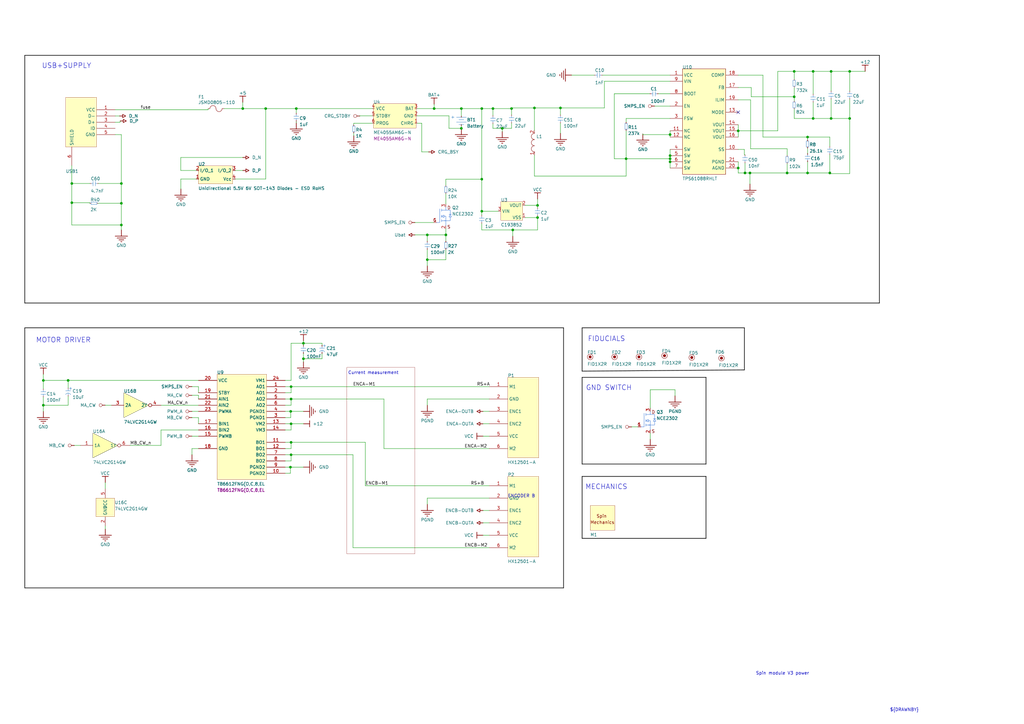
<source format=kicad_sch>
(kicad_sch (version 20250114) (generator "eeschema") (generator_version "9.0")
  (paper "A3")
  (title_block (title "Spin module V3 power"))
  (rectangle (start 170.18 150.6982) (end 142.24 227.1522) (stroke (width 0.0254) (color 128 0 0 1)))
  (text "FIDUCIALS" (at 241.046 140.2842 0) (effects (font (size 2.032 2.032)) (justify left bottom)))
  (text "USB+SUPPLY" (at 17.137 28.2632 0) (effects (font (size 2.032 2.032)) (justify left bottom)))
  (text "Current measurement" (at 142.748 153.7462 0) (effects (font (size 1.27 1.27)) (justify left bottom)))
  (text "MOTOR DRIVER" (at 14.732 140.7922 0) (effects (font (size 2.032 2.032)) (justify left bottom)))
  (text "${DRAWNBY}" (at 365 292.0022 0) (effects (font (size 1.27 1.27)) (justify left bottom)))
  (text "GND SWITCH" (at 240.284 160.3502 0) (effects (font (size 2.032 2.032)) (justify left bottom)))
  (text "${TITLE}" (at 310 277.0022 0) (effects (font (size 1.27 1.27)) (justify left bottom)))
  (text "MECHANICS" (at 240.03 200.9902 0) (effects (font (size 2.032 2.032)) (justify left bottom)))
  (text "ENCODER B" (at 208.28 204.2922 0) (effects (font (size 1.27 1.27)) (justify left bottom)))
  (junction (at 256.794 65.1002))
  (junction (at 124.46 140.7922))
  (junction (at 331.216 70.9422))
  (junction (at 305.562 70.9422))
  (junction (at 348.488 29.2862))
  (junction (at 205.994 52.6542))
  (junction (at 325.734 39.7002))
  (junction (at 29.464 83.1342))
  (junction (at 322.834 70.9422))
  (junction (at 197.612 73.4822))
  (junction (at 307.594 70.9422))
  (junction (at 121.53 44.5262))
  (junction (at 219.202 44.2722))
  (junction (at 333.502 29.2862))
  (junction (at 119.228 168.7322))
  (junction (at 331.216 56.2102))
  (junction (at 27.94 156.0322))
  (junction (at 210.312 94.3102))
  (junction (at 325.734 29.2862))
  (junction (at 29.464 75.2602))
  (junction (at 99.568 44.5262))
  (junction (at 197.612 86.6302))
  (junction (at 108.966 44.5262))
  (junction (at 340.868 48.5902))
  (junction (at 119.38 181.4322))
  (junction (at 220.472 84.2302))
  (junction (at 340.868 29.2862))
  (junction (at 175.26 106.5022))
  (junction (at 49.784 75.2602))
  (junction (at 340.36 70.9422))
  (junction (at 274.828 55.1942))
  (junction (at 175.26 96.3422))
  (junction (at 209.804 44.5262))
  (junction (at 182.88 96.3422))
  (junction (at 119.38 158.5722))
  (junction (at 220.472 89.2302))
  (junction (at 333.502 48.5902))
  (junction (at 229.87 44.2722))
  (junction (at 274.828 66.3702))
  (junction (at 17.78 156.0322))
  (junction (at 49.784 92.2782))
  (junction (at 119.38 163.6522))
  (junction (at 119.38 186.5122))
  (junction (at 274.828 65.1002))
  (junction (at 202.184 44.5262))
  (junction (at 274.828 63.8302))
  (junction (at 348.488 48.5902))
  (junction (at 17.78 166.1922))
  (junction (at 302.768 53.6702))
  (junction (at 189.23 44.5262))
  (junction (at 119.38 173.8122))
  (junction (at 124.46 147.1422))
  (junction (at 197.612 44.5262))
  (junction (at 49.784 83.3882))
  (junction (at 189.23 52.6542))
  (junction (at 119.126 191.5922))
  (junction (at 302.768 68.9102))
  (junction (at 178.054 44.5262))
  (no_connect (at 302.768 46.0502))
  (wire (pts (xy 219.202 44.2722) (xy 219.202 53.4162)))
  (wire (pts (xy 209.804 44.5262) (xy 202.184 44.5262)))
  (wire (pts (xy 189.23 44.5262) (xy 197.612 44.5262)))
  (wire (pts (xy 331.216 60.7822) (xy 331.216 62.9202)))
  (wire (pts (xy 119.38 189.0522) (xy 119.38 186.5122)))
  (wire (pts (xy 200.66 168.7322) (xy 198.12 168.7322)))
  (wire (pts (xy 210.312 94.3102) (xy 220.472 94.3102)))
  (wire (pts (xy 354.838 29.2862) (xy 348.488 29.2862)))
  (wire (pts (xy 108.966 44.5262) (xy 121.53 44.5262)))
  (wire (pts (xy 182.88 83.6422) (xy 182.88 79.4722)))
  (wire (pts (xy 121.514 49.8472) (xy 121.514 50.3742)))
  (wire (pts (xy 182.88 76.0222) (xy 182.88 73.4822)))
  (wire (pts (xy 307.848 40.9702) (xy 307.848 61.0362)))
  (wire (pts (xy 172.974 62.3062) (xy 175.768 62.3062)))
  (wire (pts (xy 33.02 182.7022) (xy 30.48 182.7022)))
  (wire (pts (xy 36.83 83.1342) (xy 36.83 83.3882)))
  (wire (pts (xy 215.392 89.2302) (xy 220.472 89.2302)))
  (wire (pts (xy 209.804 44.5262) (xy 209.804 44.2722)))
  (wire (pts (xy 119.38 166.1922) (xy 119.38 163.6522)))
  (wire (pts (xy 325.734 48.5902) (xy 333.502 48.5902)))
  (wire (pts (xy 175.26 102.3322) (xy 175.26 106.5022)))
  (wire (pts (xy 307.594 70.9422) (xy 307.594 75.5142)))
  (wire (pts (xy 270.002 38.4302) (xy 274.828 38.4302)))
  (wire (pts (xy 74.168 64.5922) (xy 74.168 69.9262)))
  (wire (pts (xy 116.967 156.0322) (xy 119.38 156.0322)))
  (wire (pts (xy 175.26 163.6522) (xy 175.26 166.1922)))
  (wire (pts (xy 40.386 75.2602) (xy 49.784 75.2602)))
  (wire (pts (xy 119.38 186.5122) (xy 116.967 186.5122)))
  (wire (pts (xy 96.518 73.4262) (xy 108.966 73.4262)))
  (wire (pts (xy 247.904 33.3502) (xy 274.828 33.3502)))
  (polyline (pts (xy 289.56 190.3222) (xy 289.56 154.7622)) (stroke (width 0.254) (type solid) (color 0 0 0 1)))
  (wire (pts (xy 319.024 29.2862) (xy 325.734 29.2862)))
  (wire (pts (xy 81.407 173.8122) (xy 81.407 171.2722)))
  (wire (pts (xy 302.768 53.6702) (xy 319.024 53.6702)))
  (polyline (pts (xy 231.14 241.1222) (xy 10.16 241.1222)) (stroke (width 0.254) (type solid) (color 0 0 0 1)))
  (wire (pts (xy 229.87 44.2722) (xy 247.904 44.2722)))
  (wire (pts (xy 305.562 70.9422) (xy 307.594 70.9422)))
  (wire (pts (xy 274.828 66.3702) (xy 274.828 68.9102)))
  (polyline (pts (xy 238.76 154.7622) (xy 238.76 190.3222)) (stroke (width 0.254) (type solid) (color 0 0 0 1)))
  (wire (pts (xy 210.312 96.8502) (xy 210.312 94.3102)))
  (wire (pts (xy 229.87 47.0662) (xy 229.87 44.2722)))
  (wire (pts (xy 200.66 163.6522) (xy 175.26 163.6522)))
  (wire (pts (xy 124.46 140.7922) (xy 124.46 141.5542)))
  (wire (pts (xy 302.768 70.9422) (xy 305.562 70.9422)))
  (wire (pts (xy 47.244 50.1142) (xy 49.276 50.1142)))
  (wire (pts (xy 116.967 158.5722) (xy 119.38 158.5722)))
  (wire (pts (xy 99.568 44.5262) (xy 108.966 44.5262)))
  (polyline (pts (xy 10.16 241.1222) (xy 10.16 134.4422)) (stroke (width 0.254) (type solid) (color 0 0 0 1)))
  (wire (pts (xy 149.86 199.2122) (xy 200.66 199.2122)))
  (wire (pts (xy 219.202 44.2722) (xy 229.87 44.2722)))
  (wire (pts (xy 333.502 38.5362) (xy 333.502 29.2862)))
  (wire (pts (xy 219.202 72.2122) (xy 219.202 63.5762)))
  (wire (pts (xy 266.7 180.1622) (xy 266.7 177.6222)))
  (wire (pts (xy 175.26 204.2922) (xy 175.26 206.8322)))
  (wire (pts (xy 200.66 178.8922) (xy 198.12 178.8922)))
  (wire (pts (xy 99.568 64.5922) (xy 74.168 64.5922)))
  (wire (pts (xy 274.828 48.5902) (xy 256.794 48.5902)))
  (polyline (pts (xy 10.16 124.2822) (xy 10.16 22.6822)) (stroke (width 0.254) (type solid) (color 0 0 0 1)))
  (wire (pts (xy 43.18 216.9922) (xy 43.18 215.7222)))
  (wire (pts (xy 81.407 171.2722) (xy 78.74 171.2722)))
  (wire (pts (xy 256.794 48.5902) (xy 256.794 50.1142)))
  (wire (pts (xy 132.08 140.7922) (xy 124.46 140.7922)))
  (wire (pts (xy 53.34 182.7022) (xy 66.04 182.7022)))
  (wire (pts (xy 27.94 162.5302) (xy 27.94 166.1922)))
  (wire (pts (xy 274.828 30.8102) (xy 247.142 30.8102)))
  (wire (pts (xy 81.407 166.1922) (xy 66.04 166.1922)))
  (wire (pts (xy 200.66 209.3722) (xy 198.12 209.3722)))
  (wire (pts (xy 202.184 47.3202) (xy 202.184 44.5262)))
  (wire (pts (xy 197.612 73.4822) (xy 197.612 44.5262)))
  (wire (pts (xy 274.828 65.1002) (xy 274.828 66.3702)))
  (wire (pts (xy 47.244 55.1942) (xy 49.784 55.1942)))
  (wire (pts (xy 81.407 168.7322) (xy 78.74 168.7322)))
  (wire (pts (xy 91.844 44.5262) (xy 99.568 44.5262)))
  (wire (pts (xy 189.23 44.5262) (xy 178.054 44.5262)))
  (wire (pts (xy 209.804 44.2722) (xy 219.202 44.2722)))
  (wire (pts (xy 124.46 140.7922) (xy 124.46 139.7762)))
  (wire (pts (xy 305.308 63.4282) (xy 305.562 63.4282)))
  (wire (pts (xy 175.26 96.3422) (xy 170.18 96.3422)))
  (wire (pts (xy 178.054 44.5262) (xy 171.154 44.5262)))
  (wire (pts (xy 340.868 48.5902) (xy 340.868 40.7162)))
  (wire (pts (xy 197.612 44.5262) (xy 202.184 44.5262)))
  (wire (pts (xy 78.74 183.9722) (xy 78.74 186.5122)))
  (wire (pts (xy 145.106 51.1622) (xy 145.106 50.5262)))
  (wire (pts (xy 119.38 173.8122) (xy 124.46 173.8122)))
  (wire (pts (xy 132.08 147.1422) (xy 124.46 147.1422)))
  (wire (pts (xy 256.794 65.1002) (xy 256.794 72.2122)))
  (wire (pts (xy 145.106 50.5262) (xy 152.654 50.5262)))
  (wire (pts (xy 17.78 162.8902) (xy 17.78 166.1922)))
  (wire (pts (xy 99.568 69.9262) (xy 96.518 69.9262)))
  (wire (pts (xy 209.804 50.5162) (xy 209.804 52.6542)))
  (wire (pts (xy 197.612 94.3102) (xy 197.612 91.6642)))
  (wire (pts (xy 182.88 98.8822) (xy 182.88 96.3422)))
  (wire (pts (xy 132.08 141.5542) (xy 132.08 140.7922)))
  (wire (pts (xy 29.464 75.2602) (xy 29.464 67.8942)))
  (wire (pts (xy 119.126 194.1322) (xy 119.126 191.5922)))
  (wire (pts (xy 184.15 52.6542) (xy 189.23 52.6542)))
  (wire (pts (xy 175.26 98.8822) (xy 175.26 96.3422)))
  (wire (pts (xy 178.054 42.7482) (xy 178.054 44.5262)))
  (polyline (pts (xy 289.56 195.4022) (xy 289.56 220.8022)) (stroke (width 0.254) (type solid) (color 0 0 0 1)))
  (wire (pts (xy 274.828 63.8302) (xy 274.828 65.1002)))
  (wire (pts (xy 145.106 54.6122) (xy 145.106 55.6622)))
  (wire (pts (xy 157.48 183.9722) (xy 200.66 183.9722)))
  (wire (pts (xy 256.794 65.1002) (xy 256.794 53.5642)))
  (wire (pts (xy 29.464 83.1342) (xy 29.464 92.2782)))
  (wire (pts (xy 119.38 183.9722) (xy 119.38 181.4322)))
  (wire (pts (xy 302.768 61.2902) (xy 305.308 61.2902)))
  (wire (pts (xy 29.464 92.2782) (xy 49.784 92.2782)))
  (wire (pts (xy 200.66 224.6122) (xy 144.78 224.6122)))
  (wire (pts (xy 200.66 173.8122) (xy 198.12 173.8122)))
  (wire (pts (xy 119.38 161.1122) (xy 119.38 158.5722)))
  (wire (pts (xy 119.38 158.5722) (xy 200.66 158.5722)))
  (wire (pts (xy 116.967 189.0522) (xy 119.38 189.0522)))
  (wire (pts (xy 305.562 66.8782) (xy 305.562 70.9422)))
  (polyline (pts (xy 305.308 134.4422) (xy 305.308 151.7142)) (stroke (width 0.254) (type solid) (color 0 0 0 1)))
  (wire (pts (xy 205.994 52.6542) (xy 202.184 52.6542)))
  (wire (pts (xy 121.53 44.5262) (xy 121.53 46.3972)))
  (wire (pts (xy 119.38 163.6522) (xy 157.48 163.6522)))
  (wire (pts (xy 209.804 52.6542) (xy 205.994 52.6542)))
  (wire (pts (xy 17.78 166.1922) (xy 17.78 168.7322)))
  (wire (pts (xy 200.66 214.4522) (xy 198.12 214.4522)))
  (wire (pts (xy 247.904 44.2722) (xy 247.904 33.3502)))
  (wire (pts (xy 182.88 73.4822) (xy 197.612 73.4822)))
  (wire (pts (xy 197.612 86.6302) (xy 197.612 88.2142)))
  (wire (pts (xy 124.46 147.1422) (xy 124.46 145.0042)))
  (wire (pts (xy 274.828 55.1942) (xy 263.652 55.1942)))
  (wire (pts (xy 49.784 92.2782) (xy 49.784 94.3102)))
  (wire (pts (xy 108.966 73.4262) (xy 108.966 44.5262)))
  (wire (pts (xy 340.36 70.9422) (xy 340.36 71.1962)))
  (wire (pts (xy 340.36 70.9422) (xy 340.36 63.4702)))
  (wire (pts (xy 152.654 47.5262) (xy 147.574 47.5262)))
  (wire (pts (xy 172.974 50.5262) (xy 172.974 62.3062)))
  (wire (pts (xy 81.407 162.1282) (xy 78.74 162.1282)))
  (polyline (pts (xy 238.76 190.3222) (xy 289.56 190.3222)) (stroke (width 0.254) (type solid) (color 0 0 0 1)))
  (polyline (pts (xy 289.56 220.8022) (xy 238.76 220.8022)) (stroke (width 0.254) (type solid) (color 0 0 0 1)))
  (wire (pts (xy 47.244 45.0342) (xy 85.344 45.0342)))
  (wire (pts (xy 29.464 75.2602) (xy 29.464 83.1342)))
  (wire (pts (xy 302.768 30.8102) (xy 312.928 30.8102)))
  (polyline (pts (xy 238.76 152.2222) (xy 238.76 134.4422)) (stroke (width 0.254) (type solid) (color 0 0 0 1)))
  (wire (pts (xy 348.488 48.5902) (xy 340.868 48.5902)))
  (wire (pts (xy 333.502 41.9862) (xy 333.502 48.5902)))
  (wire (pts (xy 202.184 52.6542) (xy 202.184 50.7702)))
  (wire (pts (xy 74.19 73.4262) (xy 80.518 73.4262)))
  (polyline (pts (xy 289.56 154.7622) (xy 238.76 154.7622)) (stroke (width 0.254) (type solid) (color 0 0 0 1)))
  (wire (pts (xy 251.968 38.4302) (xy 251.968 65.1002)))
  (wire (pts (xy 116.967 183.9722) (xy 119.38 183.9722)))
  (wire (pts (xy 121.53 44.5262) (xy 152.654 44.5262)))
  (wire (pts (xy 340.868 29.2862) (xy 333.502 29.2862)))
  (wire (pts (xy 119.228 171.2722) (xy 119.228 168.7322)))
  (polyline (pts (xy 10.16 134.4422) (xy 231.14 134.4422)) (stroke (width 0.254) (type solid) (color 0 0 0 1)))
  (wire (pts (xy 116.967 173.8122) (xy 119.38 173.8122)))
  (wire (pts (xy 331.216 70.9422) (xy 340.36 70.9422)))
  (wire (pts (xy 81.407 161.1122) (xy 81.407 158.5722)))
  (wire (pts (xy 119.38 156.0322) (xy 119.38 140.7922)))
  (wire (pts (xy 119.126 191.5922) (xy 116.967 191.5922)))
  (wire (pts (xy 209.804 47.0662) (xy 209.804 44.5262)))
  (wire (pts (xy 116.967 161.1122) (xy 119.38 161.1122)))
  (wire (pts (xy 29.464 83.1342) (xy 36.83 83.1342)))
  (wire (pts (xy 325.734 44.7802) (xy 325.734 48.5902)))
  (wire (pts (xy 220.472 81.6102) (xy 220.472 84.2302)))
  (wire (pts (xy 340.36 71.1962) (xy 348.488 71.1962)))
  (wire (pts (xy 348.488 71.1962) (xy 348.488 48.5902)))
  (wire (pts (xy 149.86 181.4322) (xy 149.86 199.2122)))
  (wire (pts (xy 74.19 77.5242) (xy 74.19 73.4262)))
  (wire (pts (xy 266.7 159.8422) (xy 276.86 159.8422)))
  (polyline (pts (xy 238.76 195.4022) (xy 289.56 195.4022)) (stroke (width 0.254) (type solid) (color 0 0 0 1)))
  (wire (pts (xy 66.04 176.3522) (xy 81.407 176.3522)))
  (wire (pts (xy 204.392 86.6302) (xy 197.612 86.6302)))
  (wire (pts (xy 74.168 69.9262) (xy 80.518 69.9262)))
  (wire (pts (xy 274.828 55.1942) (xy 274.828 56.2102)))
  (wire (pts (xy 175.26 109.0422) (xy 175.26 106.5022)))
  (wire (pts (xy 27.94 156.0322) (xy 17.78 156.0322)))
  (wire (pts (xy 302.768 68.9102) (xy 302.768 70.9422)))
  (wire (pts (xy 274.828 43.5102) (xy 268.478 43.5102)))
  (wire (pts (xy 220.472 85.1662) (xy 220.472 84.2302)))
  (wire (pts (xy 210.312 94.3102) (xy 197.612 94.3102)))
  (wire (pts (xy 81.407 163.6522) (xy 81.407 162.1282)))
  (wire (pts (xy 184.15 47.5262) (xy 184.15 52.6542)))
  (wire (pts (xy 147.574 47.5262) (xy 147.574 47.5742)))
  (wire (pts (xy 171.154 50.5262) (xy 172.974 50.5262)))
  (wire (pts (xy 49.784 55.1942) (xy 49.784 75.2602)))
  (wire (pts (xy 144.78 224.6122) (xy 144.78 186.5122)))
  (wire (pts (xy 205.994 52.6542) (xy 205.994 53.9242)))
  (wire (pts (xy 116.967 163.6522) (xy 119.38 163.6522)))
  (wire (pts (xy 331.216 56.2102) (xy 331.216 57.3322)))
  (wire (pts (xy 119.228 168.7322) (xy 116.967 168.7322)))
  (wire (pts (xy 182.88 106.5022) (xy 182.88 102.3322)))
  (wire (pts (xy 256.794 72.2122) (xy 219.202 72.2122)))
  (polyline (pts (xy 231.14 134.4422) (xy 231.14 241.1222)) (stroke (width 0.254) (type solid) (color 0 0 0 1)))
  (wire (pts (xy 170.18 91.2622) (xy 177.8 91.2622)))
  (wire (pts (xy 251.968 65.1002) (xy 256.794 65.1002)))
  (wire (pts (xy 99.568 41.9862) (xy 99.568 44.5262)))
  (wire (pts (xy 189.23 47.5742) (xy 189.23 44.5262)))
  (wire (pts (xy 322.834 61.0362) (xy 322.834 63.6822)))
  (wire (pts (xy 325.734 39.7002) (xy 308.102 39.7002)))
  (wire (pts (xy 348.488 29.2862) (xy 348.488 37.2662)))
  (wire (pts (xy 175.26 106.5022) (xy 182.88 106.5022)))
  (wire (pts (xy 116.967 176.3522) (xy 119.38 176.3522)))
  (wire (pts (xy 302.768 53.6702) (xy 302.768 56.2102)))
  (polyline (pts (xy 238.76 134.4422) (xy 305.308 134.4422)) (stroke (width 0.254) (type solid) (color 0 0 0 1)))
  (wire (pts (xy 171.154 47.5262) (xy 184.15 47.5262)))
  (polyline (pts (xy 360.68 124.2822) (xy 10.16 124.2822)) (stroke (width 0.254) (type solid) (color 0 0 0 1)))
  (wire (pts (xy 27.94 159.0802) (xy 27.94 156.0322)))
  (wire (pts (xy 319.024 53.6702) (xy 319.024 29.2862)))
  (wire (pts (xy 144.78 186.5122) (xy 119.38 186.5122)))
  (wire (pts (xy 229.87 54.6862) (xy 229.87 50.5162)))
  (wire (pts (xy 340.36 56.2102) (xy 340.36 60.0202)))
  (wire (pts (xy 261.62 175.0822) (xy 259.08 175.0822)))
  (wire (pts (xy 312.928 56.2102) (xy 331.216 56.2102)))
  (polyline (pts (xy 305.308 151.7142) (xy 238.76 152.2222)) (stroke (width 0.254) (type solid) (color 0 0 0 1)))
  (wire (pts (xy 302.768 40.9702) (xy 307.848 40.9702)))
  (wire (pts (xy 302.768 51.1302) (xy 302.768 53.6702)))
  (wire (pts (xy 43.18 197.9422) (xy 43.18 200.4822)))
  (wire (pts (xy 340.868 37.2662) (xy 340.868 29.2862)))
  (wire (pts (xy 256.794 65.1002) (xy 274.828 65.1002)))
  (wire (pts (xy 40.28 83.3882) (xy 49.784 83.3882)))
  (wire (pts (xy 175.26 96.3422) (xy 182.88 96.3422)))
  (wire (pts (xy 49.784 83.3882) (xy 49.784 92.2782)))
  (wire (pts (xy 348.488 29.2862) (xy 340.868 29.2862)))
  (wire (pts (xy 220.472 94.3102) (xy 220.472 89.2302)))
  (wire (pts (xy 266.552 38.4302) (xy 251.968 38.4302)))
  (wire (pts (xy 307.848 61.0362) (xy 322.834 61.0362)))
  (wire (pts (xy 243.692 30.8102) (xy 234.442 30.8102)))
  (wire (pts (xy 17.78 156.0322) (xy 17.78 159.4402)))
  (wire (pts (xy 331.216 66.3702) (xy 331.216 70.9422)))
  (wire (pts (xy 17.78 153.4922) (xy 17.78 156.0322)))
  (wire (pts (xy 331.216 56.2102) (xy 340.36 56.2102)))
  (wire (pts (xy 119.38 181.4322) (xy 149.86 181.4322)))
  (wire (pts (xy 307.594 70.9422) (xy 322.834 70.9422)))
  (wire (pts (xy 348.488 40.7162) (xy 348.488 48.5902)))
  (wire (pts (xy 266.7 167.4622) (xy 266.7 159.8422)))
  (wire (pts (xy 121.53 49.8472) (xy 121.514 49.8472)))
  (polyline (pts (xy 238.76 220.8022) (xy 238.76 195.4022)) (stroke (width 0.254) (type solid) (color 0 0 0 1)))
  (wire (pts (xy 322.834 67.1322) (xy 322.834 70.9422)))
  (wire (pts (xy 132.08 145.0042) (xy 132.08 147.1422)))
  (wire (pts (xy 119.38 140.7922) (xy 124.46 140.7922)))
  (wire (pts (xy 81.407 158.5722) (xy 78.74 158.5722)))
  (polyline (pts (xy 360.68 22.6822) (xy 360.68 124.2822)) (stroke (width 0.254) (type solid) (color 0 0 0 1)))
  (wire (pts (xy 308.102 35.8902) (xy 302.768 35.8902)))
  (wire (pts (xy 198.12 219.5322) (xy 200.66 219.5322)))
  (wire (pts (xy 85.344 45.0342) (xy 85.344 44.5262)))
  (wire (pts (xy 333.502 29.2862) (xy 325.734 29.2862)))
  (wire (pts (xy 263.652 55.1942) (xy 263.652 54.9402)))
  (wire (pts (xy 157.48 163.6522) (xy 157.48 183.9722)))
  (wire (pts (xy 78.74 178.8922) (xy 81.407 178.8922)))
  (wire (pts (xy 124.46 168.7322) (xy 119.228 168.7322)))
  (wire (pts (xy 27.94 166.1922) (xy 17.78 166.1922)))
  (wire (pts (xy 45.72 166.1922) (xy 43.18 166.1922)))
  (wire (pts (xy 116.967 181.4322) (xy 119.38 181.4322)))
  (wire (pts (xy 116.967 166.1922) (xy 119.38 166.1922)))
  (wire (pts (xy 200.66 204.2922) (xy 175.26 204.2922)))
  (wire (pts (xy 81.407 156.0322) (xy 27.94 156.0322)))
  (wire (pts (xy 81.407 183.9722) (xy 78.74 183.9722)))
  (wire (pts (xy 274.828 61.2902) (xy 274.828 63.8302)))
  (wire (pts (xy 49.276 50.1142) (xy 49.276 49.6062)))
  (wire (pts (xy 36.936 75.2602) (xy 29.464 75.2602)))
  (wire (pts (xy 325.734 41.3302) (xy 325.734 39.7002)))
  (polyline (pts (xy 10.16 22.6822) (xy 360.68 22.6822)) (stroke (width 0.254) (type solid) (color 0 0 0 1)))
  (wire (pts (xy 116.967 171.2722) (xy 119.228 171.2722)))
  (wire (pts (xy 302.768 68.9102) (xy 302.768 66.3702)))
  (wire (pts (xy 182.88 96.3422) (xy 182.88 93.8022)))
  (wire (pts (xy 274.828 53.6702) (xy 274.828 55.1942)))
  (wire (pts (xy 189.23 52.6542) (xy 189.23 51.5742)))
  (wire (pts (xy 312.928 30.8102) (xy 312.928 56.2102)))
  (wire (pts (xy 322.834 70.9422) (xy 331.216 70.9422)))
  (wire (pts (xy 66.04 182.7022) (xy 66.04 176.3522)))
  (wire (pts (xy 308.102 39.7002) (xy 308.102 35.8902)))
  (wire (pts (xy 305.308 61.2902) (xy 305.308 63.4282)))
  (wire (pts (xy 333.502 48.5902) (xy 340.868 48.5902)))
  (wire (pts (xy 325.734 39.7002) (xy 325.734 35.8902)))
  (wire (pts (xy 124.46 191.5922) (xy 119.126 191.5922)))
  (wire (pts (xy 220.472 89.2302) (xy 220.472 88.6162)))
  (wire (pts (xy 215.392 84.2302) (xy 220.472 84.2302)))
  (wire (pts (xy 119.38 176.3522) (xy 119.38 173.8122)))
  (wire (pts (xy 49.784 75.2602) (xy 49.784 83.3882)))
  (wire (pts (xy 124.46 148.4122) (xy 124.46 147.1422)))
  (wire (pts (xy 325.734 29.2862) (xy 325.734 32.4402)))
  (wire (pts (xy 276.86 159.8422) (xy 276.86 162.3822)))
  (wire (pts (xy 197.612 86.6302) (xy 197.612 73.4822)))
  (wire (pts (xy 116.967 194.1322) (xy 119.126 194.1322)))
  (wire (pts (xy 47.244 47.5742) (xy 49.022 47.5742)))
  (label "fuse" (at 57.658 45.0342 0))
  (label "MB_CW_n" (at 53.34 182.7022 0))
  (label "ENCB-M1" (at 149.86 199.2122 0))
  (label "RS+A" (at 195.58 158.5722 0))
  (label "MA_CW_n" (at 68.58 166.1922 0))
  (label "ENCA-M1" (at 144.78 158.5722 0))
  (label "RS+B" (at 193.04 199.2122 0))
  (label "ENCA-M2" (at 190.5 183.9722 0))
  (label "ENCB-M2" (at 190.5 224.6122 0))
  (symbol (lib_id "Spinmodule-altium-import:GND_POWER_GROUND") (at 266.7 180.1622 0) (unit 1)
    (property "Reference" "#PWR0172" (effects (hide yes)))
    (property "Value" "GND" (at 266.7 186.5122 0))
  )
  (symbol (lib_id "Hub 2.0:root_1_1206X226K160NT_Hub 2.0.SchLib") (at 348.488 38.9662 0) (unit 1)
    (property "Reference" "C6" (at 349.758 40.0522 0) (effects (justify left bottom)))
    (property "Value" "22uF" (at 349.758 42.5922 0) (effects (justify left bottom)))
    (property "Footprint" "FableFootPrintLibrary:1206C" (effects (hide yes)))
    (property "Description" "Capacitor MLCC 22uF ±10% 16V X5R 1206" (effects (hide yes)))
    (property "COMPONENTLINK1DESCRIPTION" "LCSC Link" (effects (hide yes)))
    (property "COMPONENTLINK1URL" "https://lcsc.com/product-detail/Others_Samsung-Electro-Mechanics_CL05A475MQ5NRNC_Samsung-Electro-Mechanics-CL05A475MQ5NRNC_C307423.html" (effects (hide yes)))
    (property "SUPPLIER 1" "LCSC" (effects (hide yes)))
    (property "MANUFACTURER PART NUMBER 1" "1206X226K160NT" (effects (hide yes)))
    (property "MANUFACTURER 1" "FH(Guangdong Fenghua Advanced Tech)" (effects (hide yes)))
    (property "SUPPLIER PART NUMBER 1" "C105480" (effects (hide yes)))
  )
  (symbol (lib_id "Hub 2.0:root_3_RC-02W102JT_Hub 2.0.SchLib") (at 145.106 52.9122 0) (unit 1)
    (property "Reference" "R4" (at 145.868 53.9482 0) (effects (justify left bottom)))
    (property "Value" "1K" (at 145.868 56.4882 0) (effects (justify left bottom)))
    (property "Footprint" "FableFootPrintLibrary:0402R" (effects (hide yes)))
    (property "Description" "Resistor 1kΩ ±5% 1/16W ±200ppm/℃ 0402" (effects (hide yes)))
    (property "COMPONENTLINK1DESCRIPTION" "LCSC Link" (effects (hide yes)))
    (property "COMPONENTLINK1URL" "https://lcsc.com/product-detail/Chip-Resistor-Surface-Mount_Resistor-Today-AECR0402F3K30K9_C352426.html" (effects (hide yes)))
    (property "SUPPLIER 1" "LCSC" (effects (hide yes)))
    (property "SUPPLIER PART NUMBER 1" "C258117" (effects (hide yes)))
    (property "MANUFACTURER 1" "FH(Guangdong Fenghua Advanced Tech)" (effects (hide yes)))
    (property "MANUFACTURER PART NUMBER 1" "RC-02W102JT" (effects (hide yes)))
  )
  (symbol (lib_id "Hub 2.0:root_0_CC0402KRX7R7BB104_Hub 2.0.SchLib") (at 268.302 38.4302 0) (unit 1)
    (property "Reference" "C1" (at 266.82 37.1602 0) (effects (justify left bottom)))
    (property "Value" "100nF" (at 266.82 42.2402 0) (effects (justify left bottom)))
    (property "Footprint" "FableFootPrintLibrary:0402C" (effects (hide yes)))
    (property "Description" "Capacitor MLCC 100nF ±10% 16V X7R 0402" (effects (hide yes)))
    (property "SUPPLIER 1" "LCSC" (effects (hide yes)))
    (property "COMPONENTLINK1DESCRIPTION" "LCSC Link" (effects (hide yes)))
    (property "COMPONENTLINK1URL" "https://lcsc.com/product-detail/Multilayer-Ceramic-Capacitors-MLCC-SMD-SMT_100nF-104-10-16V_C60474.html" (effects (hide yes)))
    (property "SUPPLIER PART NUMBER 1" "C60474" (effects (hide yes)))
    (property "MANUFACTURER PART NUMBER 1" "CC0402KRX7R7BB104" (effects (hide yes)))
    (property "MANUFACTURER 1" "YAGEO" (effects (hide yes)))
  )
  (symbol (lib_id "Spinmodule-altium-import:PGND_POWER_GROUND") (at 276.86 162.3822 0) (unit 1)
    (property "Reference" "#PWR0174" (effects (hide yes)))
    (property "Value" "PGND" (at 276.86 168.7322 0))
  )
  (symbol (lib_id "FableSchematicLibrary:root_0_74LVC2G14GW_FableSchematicLibrary.SchLib") (at 43.18 208.1022 0) (unit 3)
    (property "Reference" "U16" (at 46.99 206.8322 0) (effects (justify left bottom)))
    (property "Value" "74LVC2G14GW" (at 46.99 209.3722 0) (effects (justify left bottom)))
    (property "Footprint" "FableFootPrintLibrary:SOT363" (effects (hide yes)))
    (property "Description" "Dual inverter + Schmitt trigger" (effects (hide yes)))
    (property "SUPPLIER 1" "LCSC" (effects (hide yes)))
    (property "SUPPLIER PART NUMBER 1" "C6085" (effects (hide yes)))
    (property "COMPONENTLINK1DESCRIPTION" "LCSC link" (effects (hide yes)))
    (property "COMPONENTLINK1URL" "https://www.lcsc.com/product-detail/Inverters_Nexperia-74LVC2G14GW-125_C6085.html" (effects (hide yes)))
  )
  (symbol (lib_id "Spinmodule-altium-import:PWM_B_CIRCLE") (at 78.74 178.8922 270) (unit 1)
    (property "Reference" "#PWR0202" (effects (hide yes)))
    (property "Value" "PWM_B" (at 74.93 178.8922 90) (effects (justify right)))
  )
  (symbol (lib_id "Spinmodule-altium-import:MB_CW_CIRCLE") (at 78.74 171.2722 270) (unit 1)
    (property "Reference" "#PWR0205" (effects (hide yes)))
    (property "Value" "MB_CW" (at 74.93 171.2722 90) (effects (justify right)))
  )
  (symbol (lib_id "Spinmodule-altium-import:GND_POWER_GROUND") (at 263.652 54.9402 0) (unit 1)
    (property "Reference" "#PWR0179" (effects (hide yes)))
    (property "Value" "GND" (at 263.652 61.2902 0))
  )
  (symbol (lib_id "Spinmodule-altium-import:GND_POWER_GROUND") (at 124.46 148.4122 0) (unit 1)
    (property "Reference" "#PWR0209" (effects (hide yes)))
    (property "Value" "GND" (at 124.46 154.7622 0))
  )
  (symbol (lib_id "Spinmodule-altium-import:VCC_BAR") (at 220.472 81.6102 180) (unit 1)
    (property "Reference" "#PWR0180" (effects (hide yes)))
    (property "Value" "VCC" (at 220.472 77.8002 0))
  )
  (symbol (lib_id "Hub 2.0:root_1_1206X226K160NT_Hub 2.0.SchLib") (at 202.184 49.0202 0) (unit 1)
    (property "Reference" "C7" (at 203.454 50.1062 0) (effects (justify left bottom)))
    (property "Value" "22uF" (at 203.454 52.6462 0) (effects (justify left bottom)))
    (property "Footprint" "FableFootPrintLibrary:1206C" (effects (hide yes)))
    (property "Description" "Capacitor MLCC 22uF ±10% 16V X5R 1206" (effects (hide yes)))
    (property "COMPONENTLINK1DESCRIPTION" "LCSC Link" (effects (hide yes)))
    (property "COMPONENTLINK1URL" "https://lcsc.com/product-detail/Others_Samsung-Electro-Mechanics_CL05A475MQ5NRNC_Samsung-Electro-Mechanics-CL05A475MQ5NRNC_C307423.html" (effects (hide yes)))
    (property "SUPPLIER 1" "LCSC" (effects (hide yes)))
    (property "MANUFACTURER PART NUMBER 1" "1206X226K160NT" (effects (hide yes)))
    (property "MANUFACTURER 1" "FH(Guangdong Fenghua Advanced Tech)" (effects (hide yes)))
    (property "SUPPLIER PART NUMBER 1" "C105480" (effects (hide yes)))
  )
  (symbol (lib_id "Spinmodule-altium-import:CRG_BSY_ARROW") (at 175.768 62.3062 90) (unit 1)
    (property "Reference" "#PWR0188" (effects (hide yes)))
    (property "Value" "CRG_BSY" (at 179.578 62.3062 90) (effects (justify right)))
  )
  (symbol (lib_id "Spinmodule-altium-import:+12_BAR") (at 124.46 173.8122 90) (unit 1)
    (property "Reference" "#PWR0207" (effects (hide yes)))
    (property "Value" "+12" (at 128.27 173.8122 90) (effects (justify right)))
  )
  (symbol (lib_id "Hub 2.0:root_2_JSMD0805-110_Hub 2.0.SchLib") (at 88.594 44.5262 0) (unit 1)
    (property "Reference" "F1" (at 81.28 40.4622 0) (effects (justify left bottom)))
    (property "Value" "JSMD0805-110" (at 81.28 42.7482 0) (effects (justify left bottom)))
    (property "Footprint" "FableFootPrintLibrary:0805" (effects (hide yes)))
    (property "Description" "Fuse  0805 2 A PTC Resettable" (effects (hide yes)))
    (property "SUPPLIER 1" "LCSC" (effects (hide yes)))
    (property "SUPPLIER PART NUMBER 1" "C692712" (effects (hide yes)))
    (property "MANUFACTURER 1" "Shenzhen Jinkaisheng Elec" (effects (hide yes)))
    (property "MANUFACTURER PART NUMBER 1" "JSMD0805-110" (effects (hide yes)))
  )
  (symbol (lib_id "Spinmodule-altium-import:MA_CW_CIRCLE") (at 78.74 162.1282 270) (unit 1)
    (property "Reference" "#PWR0200" (effects (hide yes)))
    (property "Value" "MA_CW" (at 74.93 162.1282 90) (effects (justify right)))
  )
  (symbol (lib_id "Hub 2.0:root_0_TB6612FNG(O,C,8,EL_Hub 2.0.SchLib") (at 99.187 206.8322 0) (unit 1)
    (property "Reference" "U9" (at 89.027 153.4922 0) (effects (justify left bottom)))
    (property "Value" "TB6612FNG(O,C,8,EL" (at 89.027 199.2122 0) (effects (justify left bottom)))
    (property "Footprint" "FableFootPrintLibrary:SSOP-24" (effects (hide yes)))
    (property "Description" "Motor Driver 1.2 A" (effects (hide yes)))
    (property "SUPPLIER PART NUMBER 1" "C88224" (effects (hide yes)))
    (property "SUPPLIER 1" "LCSC" (effects (hide yes)))
    (property "MANUFACTURER PART NUMBER 1" "TB6612FNG(O,C,8,EL" (effects (hide yes)))
    (property "MANUFACTURER" "Toshiba" (effects (hide yes)))
    (property "NAME" "TB6612FNG(O,C,8,EL" (at 89.027 201.7522 0) (effects (justify left bottom)))
  )
  (symbol (lib_id "FableSchematicLibrary:root_0_HX12501-A_FableSchematicLibrary.SchLib") (at 214.63 170.0022 0) (unit 1)
    (property "Reference" "P1" (at 208.28 154.7622 0) (effects (justify left bottom)))
    (property "Value" "HX12501-A" (at 208.28 190.3222 0) (effects (justify left bottom)))
    (property "Footprint" "FableFootPrintLibrary:HX12501-A" (effects (hide yes)))
    (property "Description" "Motor Plug" (effects (hide yes)))
    (property "MANUFACTURER PART NUMBER 1" "HX12501-6AB" (effects (hide yes)))
    (property "MANUFACTURER 1" "HX(Zhejiang Yueqing Hongxing Elec)" (effects (hide yes)))
    (property "SUPPLIER PART NUMBER 1" "C442098" (effects (hide yes)))
    (property "SUPPLIER 1" "LCSC" (effects (hide yes)))
  )
  (symbol (lib_id "Hub 2.0:root_3_CC0402KRX7R7BB104_Hub 2.0.SchLib") (at 229.87 48.8162 0) (unit 1)
    (property "Reference" "C51" (at 231.14 49.8742 0) (effects (justify left bottom)))
    (property "Value" "100nF" (at 231.14 52.4142 0) (effects (justify left bottom)))
    (property "Footprint" "FableFootPrintLibrary:0402C" (effects (hide yes)))
    (property "Description" "Capacitor MLCC 100nF ±10% 16V X7R 0402" (effects (hide yes)))
    (property "SUPPLIER 1" "LCSC" (effects (hide yes)))
    (property "COMPONENTLINK1DESCRIPTION" "LCSC Link" (effects (hide yes)))
    (property "COMPONENTLINK1URL" "https://lcsc.com/product-detail/Multilayer-Ceramic-Capacitors-MLCC-SMD-SMT_100nF-104-10-16V_C60474.html" (effects (hide yes)))
    (property "SUPPLIER PART NUMBER 1" "C60474" (effects (hide yes)))
    (property "MANUFACTURER PART NUMBER 1" "CC0402KRX7R7BB104" (effects (hide yes)))
    (property "MANUFACTURER 1" "YAGEO" (effects (hide yes)))
  )
  (symbol (lib_id "Hub 2.0:root_2_TCC0402X7R102M500AT_Hub 2.0.SchLib") (at 245.392 30.8102 0) (unit 1)
    (property "Reference" "C10" (at 243.988 29.5402 0) (effects (justify left bottom)))
    (property "Value" "1nF" (at 243.988 34.6202 0) (effects (justify left bottom)))
    (property "Footprint" "FableFootPrintLibrary:0402C" (effects (hide yes)))
    (property "Description" "Capacitor MLCC 1nF ±20% 50V X7R 0402" (effects (hide yes)))
    (property "COMPONENTLINK1DESCRIPTION" "LCSC Link" (effects (hide yes)))
    (property "COMPONENTLINK1URL" "https://lcsc.com/product-detail/Multilayer-Ceramic-Capacitors-MLCC-SMD-SMT_CCTC-TCC0402X7R102M500AT_C696907.html" (effects (hide yes)))
    (property "SUPPLIER 1" "LCSC" (effects (hide yes)))
    (property "SUPPLIER PART NUMBER 1" "C696907" (effects (hide yes)))
    (property "MANUFACTURER 1" "CCTC" (effects (hide yes)))
    (property "MANUFACTURER PART NUMBER 1" "TCC0402X7R102M500AT" (effects (hide yes)))
  )
  (symbol (lib_id "FableSchematicLibrary:root_0_74LVC2G14GW_FableSchematicLibrary.SchLib") (at 55.88 166.1922 0) (unit 2)
    (property "Reference" "U16" (at 50.8 161.1122 0) (effects (justify left bottom)))
    (property "Value" "74LVC2G14GW" (at 50.8 173.8122 0) (effects (justify left bottom)))
    (property "Footprint" "FableFootPrintLibrary:SOT363" (effects (hide yes)))
    (property "Description" "Dual inverter + Schmitt trigger" (effects (hide yes)))
    (property "SUPPLIER 1" "LCSC" (effects (hide yes)))
    (property "SUPPLIER PART NUMBER 1" "C6085" (effects (hide yes)))
    (property "COMPONENTLINK1DESCRIPTION" "LCSC link" (effects (hide yes)))
    (property "COMPONENTLINK1URL" "https://www.lcsc.com/product-detail/Inverters_Nexperia-74LVC2G14GW-125_C6085.html" (effects (hide yes)))
  )
  (symbol (lib_id "Spinmodule-altium-import:+12_BAR") (at 354.838 29.2862 180) (unit 1)
    (property "Reference" "#PWR0216" (effects (hide yes)))
    (property "Value" "+12" (at 354.838 25.4762 0))
  )
  (symbol (lib_id "Spinmodule-altium-import:GND_POWER_GROUND") (at 175.26 109.0422 0) (unit 1)
    (property "Reference" "#PWR0175" (effects (hide yes)))
    (property "Value" "GND" (at 175.26 115.3922 0))
  )
  (symbol (lib_id "Spinmodule-altium-import:VCC_BAR") (at 198.12 219.5322 270) (unit 1)
    (property "Reference" "#PWR0171" (effects (hide yes)))
    (property "Value" "VCC" (at 194.31 219.5322 90) (effects (justify right)))
  )
  (symbol (lib_id "FableSchematicLibrary:root_0_74LVC2G14GW_FableSchematicLibrary.SchLib") (at 43.18 182.7022 0) (unit 1)
    (property "Reference" "U16" (at 38.1 177.6222 0) (effects (justify left bottom)))
    (property "Value" "74LVC2G14GW" (at 38.1 190.3222 0) (effects (justify left bottom)))
    (property "Footprint" "FableFootPrintLibrary:SOT363" (effects (hide yes)))
    (property "Description" "Dual inverter + Schmitt trigger" (effects (hide yes)))
    (property "SUPPLIER 1" "LCSC" (effects (hide yes)))
    (property "SUPPLIER PART NUMBER 1" "C6085" (effects (hide yes)))
    (property "COMPONENTLINK1DESCRIPTION" "LCSC link" (effects (hide yes)))
    (property "COMPONENTLINK1URL" "https://www.lcsc.com/product-detail/Inverters_Nexperia-74LVC2G14GW-125_C6085.html" (effects (hide yes)))
  )
  (symbol (lib_id "Spinmodule-altium-import:GND_POWER_GROUND") (at 49.784 94.3102 0) (unit 1)
    (property "Reference" "#PWR0194" (effects (hide yes)))
    (property "Value" "GND" (at 49.784 100.6602 0))
  )
  (symbol (lib_id "Spinmodule-altium-import:PGND_POWER_GROUND") (at 175.26 166.1922 0) (unit 1)
    (property "Reference" "#PWR0166" (effects (hide yes)))
    (property "Value" "PGND" (at 175.26 172.5422 0))
  )
  (symbol (lib_id "Hub 2.0:root_1_1206X226K160NT_Hub 2.0.SchLib") (at 340.868 38.9662 0) (unit 1)
    (property "Reference" "C5" (at 342.138 40.0522 0) (effects (justify left bottom)))
    (property "Value" "22uF" (at 342.138 42.5922 0) (effects (justify left bottom)))
    (property "Footprint" "FableFootPrintLibrary:1206C" (effects (hide yes)))
    (property "Description" "Capacitor MLCC 22uF ±10% 16V X5R 1206" (effects (hide yes)))
    (property "COMPONENTLINK1DESCRIPTION" "LCSC Link" (effects (hide yes)))
    (property "COMPONENTLINK1URL" "https://lcsc.com/product-detail/Others_Samsung-Electro-Mechanics_CL05A475MQ5NRNC_Samsung-Electro-Mechanics-CL05A475MQ5NRNC_C307423.html" (effects (hide yes)))
    (property "SUPPLIER 1" "LCSC" (effects (hide yes)))
    (property "MANUFACTURER PART NUMBER 1" "1206X226K160NT" (effects (hide yes)))
    (property "MANUFACTURER 1" "FH(Guangdong Fenghua Advanced Tech)" (effects (hide yes)))
    (property "SUPPLIER PART NUMBER 1" "C105480" (effects (hide yes)))
  )
  (symbol (lib_id "Spinmodule-altium-import:PGND_POWER_GROUND") (at 175.26 206.8322 0) (unit 1)
    (property "Reference" "#PWR0164" (effects (hide yes)))
    (property "Value" "PGND" (at 175.26 213.1822 0))
  )
  (symbol (lib_id "Spinmodule-altium-import:SMPS_EN_CIRCLE") (at 170.18 91.2622 270) (unit 1)
    (property "Reference" "#PWR0184" (effects (hide yes)))
    (property "Value" "SMPS_EN" (at 166.37 91.2622 90) (effects (justify right)))
  )
  (symbol (lib_id "Spinmodule-altium-import:GND_POWER_GROUND") (at 229.87 54.6862 0) (unit 1)
    (property "Reference" "#PWR0177" (effects (hide yes)))
    (property "Value" "GND" (at 229.87 61.0362 0))
  )
  (symbol (lib_id "Hub 2.0:root_0_Battery_Hub 2.0.SchLib") (at 189.23 50.0742 0) (unit 1)
    (property "Reference" "BT1" (at 191.484 49.8602 0) (effects (justify left bottom)))
    (property "Value" "Battery" (at 191.484 52.4002 0) (effects (justify left bottom)))
    (property "Footprint" "FableFootPrintLibrary:XT30U-M" (effects (hide yes)))
    (property "Description" "Power Connectors RoHS" (effects (hide yes)))
  )
  (symbol (lib_id "Spinmodule-altium-import:D_P_ARROW") (at 99.568 69.9262 90) (unit 1)
    (property "Reference" "#PWR0195" (effects (hide yes)))
    (property "Value" "D_P" (at 103.378 69.9262 90) (effects (justify right)))
  )
  (symbol (lib_id "Hub 2.0:root_0_0402B472K500NT_Hub 2.0.SchLib") (at 38.686 75.2602 0) (unit 1)
    (property "Reference" "C60" (at 37.204 73.9902 0) (effects (justify left bottom)))
    (property "Value" "4.7nF" (at 37.204 79.0702 0) (effects (justify left bottom)))
    (property "Footprint" "FableFootPrintLibrary:0402C" (effects (hide yes)))
    (property "Description" "MLCC 4.7nF ±10% 50V X7R 0402" (effects (hide yes)))
    (property "COMPONENTLINK1DESCRIPTION" "LCSC Link" (effects (hide yes)))
    (property "COMPONENTLINK1URL" "https://lcsc.com/product-detail/Multilayer-Ceramic-Capacitors-MLCC-SMD-SMT_FH-Guangdong-Fenghua-Advanced-Tech-0402B472K500NT_C1538.html" (effects (hide yes)))
    (property "SUPPLIER 1" "LCSC" (effects (hide yes)))
    (property "SUPPLIER PART NUMBER 1" "C1538" (effects (hide yes)))
    (property "MANUFACTURER 1" "FH(Guangdong Fenghua Advanced Tech)" (effects (hide yes)))
    (property "MANUFACTURER PART NUMBER 1" "0402B472K500NT" (effects (hide yes)))
  )
  (symbol (lib_id "Hub 2.0:root_3_0402WGJ0822TCE_Hub 2.0.SchLib") (at 256.794 51.8642 0) (unit 1)
    (property "Reference" "R11" (at 257.556 52.9002 0) (effects (justify left bottom)))
    (property "Value" "237k" (at 257.556 55.4402 0) (effects (justify left bottom)))
    (property "Footprint" "FableFootPrintLibrary:0402R" (effects (hide yes)))
    (property "Description" "1/16W Thick Film Resistors 50V ±100ppm/℃ ±5% 237kΩ 0402 Chip Resistor" (effects (hide yes)))
    (property "SUPPLIER 1" "LCSC" (effects (hide yes)))
    (property "SUPPLIER PART NUMBER 1" "C27001" (effects (hide yes)))
    (property "MANUFACTURER 1" "UNI-ROYAL(Uniroyal Elec)" (effects (hide yes)))
    (property "MANUFACTURER PART NUMBER 1" "0402WGJ0822TCE" (effects (hide yes)))
  )
  (symbol (lib_id "Spinmodule-altium-import:GND_POWER_GROUND") (at 205.994 53.9242 0) (unit 1)
    (property "Reference" "#PWR0185" (effects (hide yes)))
    (property "Value" "GND" (at 205.994 60.2742 0))
  )
  (symbol (lib_id "Spinmodule-altium-import:BAT+_BAR") (at 178.054 42.7482 180) (unit 1)
    (property "Reference" "#PWR0187" (effects (hide yes)))
    (property "Value" "BAT+" (at 178.054 38.9382 0))
  )
  (symbol (lib_id "Spinmodule-altium-import:GND_POWER_GROUND") (at 43.18 216.9922 0) (unit 1)
    (property "Reference" "#PWR0212" (effects (hide yes)))
    (property "Value" "GND" (at 43.18 223.3422 0))
  )
  (symbol (lib_id "Hub 2.0:root_1_CC0402KRX7R7BB104_Hub 2.0.SchLib") (at 175.26 100.5822 0) (unit 1)
    (property "Reference" "C29" (at 176.53 101.7182 0) (effects (justify left bottom)))
    (property "Value" "100nF" (at 176.53 104.2582 0) (effects (justify left bottom)))
    (property "Footprint" "FableFootPrintLibrary:0402C" (effects (hide yes)))
    (property "Description" "MLCC 100nF ±10% 16V X7R 0402" (effects (hide yes)))
    (property "SUPPLIER 1" "LCSC" (effects (hide yes)))
    (property "COMPONENTLINK1DESCRIPTION" "LCSC Link" (effects (hide yes)))
    (property "COMPONENTLINK1URL" "https://lcsc.com/product-detail/Multilayer-Ceramic-Capacitors-MLCC-SMD-SMT_100nF-104-10-16V_C60474.html" (effects (hide yes)))
    (property "SUPPLIER PART NUMBER 1" "C60474" (effects (hide yes)))
    (property "MANUFACTURER PART NUMBER 1" "CC0402KRX7R7BB104" (effects (hide yes)))
    (property "MANUFACTURER 1" "YAGEO" (effects (hide yes)))
  )
  (symbol (lib_id "Spinmodule-altium-import:GND_POWER_GROUND") (at 124.46 168.7322 90) (unit 1)
    (property "Reference" "#PWR0208" (effects (hide yes)))
    (property "Value" "GND" (at 130.81 168.7322 90) (effects (justify right)))
  )
  (symbol (lib_id "Spinmodule-altium-import:MA_CW_CIRCLE") (at 43.18 166.1922 270) (unit 1)
    (property "Reference" "#PWR0204" (effects (hide yes)))
    (property "Value" "MA_CW" (at 39.37 166.1922 90) (effects (justify right)))
  )
  (symbol (lib_id "FableSchematicLibrary:root_0_NCE2302_FableSchematicLibrary.SchLib") (at 266.7 175.0822 0) (unit 1)
    (property "Reference" "Q3" (at 269.24 169.7482 0) (effects (justify left bottom)))
    (property "Value" "NCE2302" (at 269.24 172.2882 0) (effects (justify left bottom)))
    (property "Footprint" "FableFootPrintLibrary:SOT-23" (effects (hide yes)))
    (property "Description" "MOSFET N-Channel 20V 4A, SOT-23, Vgth=1.2V @ 250uA Rds,on =59mΩ @ 2.5A,2.5V , Pd=1W" (effects (hide yes)))
    (property "SUPPLIER 1" "LCSC" (effects (hide yes)))
    (property "SUPPLIER PART NUMBER 1" "C132123" (effects (hide yes)))
    (property "COMPONENTLINK1DESCRIPTION" "Supplier Link 1" (effects (hide yes)))
    (property "COMPONENTLINK1URL" "https://www.lcsc.com/product-detail/MOSFETs_Wuxi-span-style-background-color-ff0-NCE-span-Power-Semiconductor-NCE2302_C132123.html" (effects (hide yes)))
  )
  (symbol (lib_id "Spinmodule-altium-import:GND_POWER_GROUND") (at 78.74 186.5122 0) (unit 1)
    (property "Reference" "#PWR0201" (effects (hide yes)))
    (property "Value" "GND" (at 78.74 192.8622 0))
  )
  (symbol (lib_id "Spinmodule-altium-import:VCC_BAR") (at 43.18 197.9422 180) (unit 1)
    (property "Reference" "#PWR0203" (effects (hide yes)))
    (property "Value" "VCC" (at 43.18 194.1322 0))
  )
  (symbol (lib_id "Hub 2.0:root_1_CL05A105KQ5NNNC_Hub 2.0.SchLib") (at 121.53 48.0972 0) (unit 1)
    (property "Reference" "C9" (at 122.8 49.2332 0) (effects (justify left bottom)))
    (property "Value" "1uF" (at 122.8 51.7732 0) (effects (justify left bottom)))
    (property "Footprint" "FableFootPrintLibrary:0402C" (effects (hide yes)))
    (property "Description" "Capacitor MLCC 1uF ±10% 6.3V X5R 0402" (effects (hide yes)))
    (property "COMPONENTLINK1DESCRIPTION" "LCSC Link" (effects (hide yes)))
    (property "COMPONENTLINK1URL" "https://lcsc.com/product-detail/Multilayer-Ceramic-Capacitors-MLCC-SMD-SMT_SAMSUNG_CL05A105KQ5NNNC_1uF-105-10-6-3V_C107372.html" (effects (hide yes)))
    (property "SUPPLIER 1" "LCSC" (effects (hide yes)))
    (property "MANUFACTURER 1" "Samsung Electro-Mechanics" (effects (hide yes)))
    (property "MANUFACTURER PART NUMBER 1" "CL05A105KQ5NNNC" (effects (hide yes)))
    (property "SUPPLIER PART NUMBER 1" "C107372" (effects (hide yes)))
  )
  (symbol (lib_id "Hub 2.0:root_1_CL05A105KQ5NNNC_Hub 2.0.SchLib") (at 197.612 89.9142 0) (unit 1)
    (property "Reference" "C3" (at 198.882 91.0502 0) (effects (justify left bottom)))
    (property "Value" "1uF" (at 198.882 93.5902 0) (effects (justify left bottom)))
    (property "Footprint" "FableFootPrintLibrary:0402C" (effects (hide yes)))
    (property "Description" "Capacitor MLCC 1uF ±10% 6.3V X5R 0402" (effects (hide yes)))
    (property "COMPONENTLINK1DESCRIPTION" "LCSC Link" (effects (hide yes)))
    (property "COMPONENTLINK1URL" "https://lcsc.com/product-detail/Multilayer-Ceramic-Capacitors-MLCC-SMD-SMT_SAMSUNG_CL05A105KQ5NNNC_1uF-105-10-6-3V_C107372.html" (effects (hide yes)))
    (property "SUPPLIER 1" "LCSC" (effects (hide yes)))
    (property "MANUFACTURER 1" "Samsung Electro-Mechanics" (effects (hide yes)))
    (property "MANUFACTURER PART NUMBER 1" "CL05A105KQ5NNNC" (effects (hide yes)))
    (property "SUPPLIER PART NUMBER 1" "C107372" (effects (hide yes)))
  )
  (symbol (lib_id "Spinmodule-altium-import:GND_POWER_GROUND") (at 234.442 30.8102 270) (unit 1)
    (property "Reference" "#PWR0189" (effects (hide yes)))
    (property "Value" "GND" (at 228.092 30.8102 90) (effects (justify right)))
  )
  (symbol (lib_id "Spinmodule-altium-import:ENCB-OUTA_ARROW") (at 198.12 214.4522 270) (unit 1)
    (property "Reference" "#PWR0170" (effects (hide yes)))
    (property "Value" "ENCB-OUTA" (at 194.31 214.4522 90) (effects (justify right)))
  )
  (symbol (lib_id "Spinmodule-altium-import:Ubat_ARROW") (at 170.18 96.3422 270) (unit 1)
    (property "Reference" "#PWR0181" (effects (hide yes)))
    (property "Value" "Ubat" (at 166.37 96.3422 90) (effects (justify right)))
  )
  (symbol (lib_id "Spinmodule-altium-import:GND_POWER_GROUND") (at 17.78 168.7322 0) (unit 1)
    (property "Reference" "#PWR0211" (effects (hide yes)))
    (property "Value" "GND" (at 17.78 175.0822 0))
  )
  (symbol (lib_id "Alltrons B.V:root_0_CMP-00134-2_Alltrons B.V.") (at 262.062 146.3802 0) (unit 1)
    (property "Reference" "FD3" (at 260.919 145.2372 0) (effects (justify left bottom)))
    (property "Value" "FID1X2R" (at 260.919 150.0632 0) (effects (justify left bottom)))
    (property "Footprint" "FableFootPrintLibrary:Fiducial" (effects (hide yes)))
    (property "Description" "Fiducial - Round 1x2mm" (effects (hide yes)))
    (property "PINS" "0" (effects (hide yes)))
  )
  (symbol (lib_id "Hub 2.0:root_3_CS1C470M-CRD54_Hub 2.0.SchLib") (at 132.08 143.0542 0) (unit 1)
    (property "Reference" "C21" (at 133.834 143.5902 0) (effects (justify left bottom)))
    (property "Value" "47uF" (at 133.834 146.1302 0) (effects (justify left bottom)))
    (property "Footprint" "FableFootPrintLibrary:5X5.4" (effects (hide yes)))
    (property "Description" "Capacitor Electrolytic 47uF ±20% 16V SMD,5x5.4mm" (effects (hide yes)))
    (property "COMPONENTLINK1DESCRIPTION" "Supplier Link 1" (effects (hide yes)))
    (property "SUPPLIER 1" "LCSC" (effects (hide yes)))
    (property "MANUFACTURER 1" "ST(Semtech)" (effects (hide yes)))
    (property "MANUFACTURER PART NUMBER 1" "CS1C470M-CRD54" (effects (hide yes)))
    (property "SUPPLIER PART NUMBER 1" "C96178" (effects (hide yes)))
    (property "MANUFACTURER 2" "ROQANG" (effects (hide yes)))
    (property "SUPPLIER PART NUMBER 2" "C72515" (effects (hide yes)))
    (property "MANUFACTURER PART NUMBER 2" "RVT1C470M0505" (effects (hide yes)))
    (property "COMPONENTLINK2DESCRIPTION" "Supplier Link 2" (effects (hide yes)))
    (property "COMPONENTLINK2URL" "*" (effects (hide yes)))
  )
  (symbol (lib_id "Hub 2.0:root_1_CL05A105KQ5NNNC_Hub 2.0.SchLib") (at 220.472 86.8662 0) (unit 1)
    (property "Reference" "C2" (at 221.742 88.0022 0) (effects (justify left bottom)))
    (property "Value" "1uF" (at 221.742 90.5422 0) (effects (justify left bottom)))
    (property "Footprint" "FableFootPrintLibrary:0402C" (effects (hide yes)))
    (property "Description" "Capacitor MLCC 1uF ±10% 6.3V X5R 0402" (effects (hide yes)))
    (property "COMPONENTLINK1DESCRIPTION" "LCSC Link" (effects (hide yes)))
    (property "COMPONENTLINK1URL" "https://lcsc.com/product-detail/Multilayer-Ceramic-Capacitors-MLCC-SMD-SMT_SAMSUNG_CL05A105KQ5NNNC_1uF-105-10-6-3V_C107372.html" (effects (hide yes)))
    (property "SUPPLIER 1" "LCSC" (effects (hide yes)))
    (property "MANUFACTURER 1" "Samsung Electro-Mechanics" (effects (hide yes)))
    (property "MANUFACTURER PART NUMBER 1" "CL05A105KQ5NNNC" (effects (hide yes)))
    (property "SUPPLIER PART NUMBER 1" "C107372" (effects (hide yes)))
  )
  (symbol (lib_id "Spinmodule-altium-import:D_P_ARROW") (at 49.276 49.6062 90) (unit 1)
    (property "Reference" "#PWR0191" (effects (hide yes)))
    (property "Value" "D_P" (at 53.086 49.6062 90) (effects (justify right)))
  )
  (symbol (lib_id "Spinmodule-altium-import:MB_CW_CIRCLE") (at 30.48 182.7022 270) (unit 1)
    (property "Reference" "#PWR0213" (effects (hide yes)))
    (property "Value" "MB_CW" (at 26.67 182.7022 90) (effects (justify right)))
  )
  (symbol (lib_id "Hub 2.0:root_1_mirrored_CC0402KRX7R7BB104_Hub 2.0.SchLib") (at 124.46 143.2542 0) (unit 1)
    (property "Reference" "C20" (at 125.73 144.3902 0) (effects (justify left bottom)))
    (property "Value" "100nF" (at 125.73 146.9302 0) (effects (justify left bottom)))
    (property "Footprint" "FableFootPrintLibrary:0402C" (effects (hide yes)))
    (property "Description" "MLCC 100nF ±10% 16V X7R 0402" (effects (hide yes)))
    (property "SUPPLIER 1" "LCSC" (effects (hide yes)))
    (property "COMPONENTLINK1DESCRIPTION" "LCSC Link" (effects (hide yes)))
    (property "COMPONENTLINK1URL" "https://lcsc.com/product-detail/Multilayer-Ceramic-Capacitors-MLCC-SMD-SMT_100nF-104-10-16V_C60474.html" (effects (hide yes)))
    (property "SUPPLIER PART NUMBER 1" "C60474" (effects (hide yes)))
    (property "MANUFACTURER PART NUMBER 1" "CC0402KRX7R7BB104" (effects (hide yes)))
    (property "MANUFACTURER 1" "YAGEO" (effects (hide yes)))
  )
  (symbol (lib_id "Hub 2.0:root_1_RC-02W103JT_Hub 2.0.SchLib") (at 182.88 77.7222 0) (unit 1)
    (property "Reference" "R24" (at 183.642 78.8082 0) (effects (justify left bottom)))
    (property "Value" "10K" (at 183.642 81.3482 0) (effects (justify left bottom)))
    (property "Footprint" "FableFootPrintLibrary:0402R" (effects (hide yes)))
    (property "Description" "Resistor 10kΩ ±5% 1/16W ±200ppm/℃ 0402" (effects (hide yes)))
    (property "COMPONENTLINK1DESCRIPTION" "LCSC Link" (effects (hide yes)))
    (property "COMPONENTLINK1URL" "https://lcsc.com/product-detail/Chip-Resistor-Surface-Mount_FH-Guangdong-Fenghua-Advanced-Tech-RC-02W103JT_C140214.html" (effects (hide yes)))
    (property "SUPPLIER 1" "LCSC" (effects (hide yes)))
    (property "SUPPLIER PART NUMBER 1" "C140214" (effects (hide yes)))
    (property "MANUFACTURER 1" "FH(Guangdong Fenghua Advanced Tech)" (effects (hide yes)))
    (property "MANUFACTURER PART NUMBER 1" "RC-02W103JT" (effects (hide yes)))
  )
  (symbol (lib_id "Hub 2.0:root_1_CC0402KRX7R7BB104_Hub 2.0.SchLib") (at 17.78 161.1402 0) (unit 1)
    (property "Reference" "C14" (at 19.05 162.2762 0) (effects (justify left bottom)))
    (property "Value" "100nF" (at 19.05 164.8162 0) (effects (justify left bottom)))
    (property "Footprint" "FableFootPrintLibrary:0402C" (effects (hide yes)))
    (property "Description" "MLCC 100nF ±10% 16V X7R 0402" (effects (hide yes)))
    (property "SUPPLIER 1" "LCSC" (effects (hide yes)))
    (property "COMPONENTLINK1DESCRIPTION" "LCSC Link" (effects (hide yes)))
    (property "COMPONENTLINK1URL" "https://lcsc.com/product-detail/Multilayer-Ceramic-Capacitors-MLCC-SMD-SMT_100nF-104-10-16V_C60474.html" (effects (hide yes)))
    (property "SUPPLIER PART NUMBER 1" "C60474" (effects (hide yes)))
    (property "MANUFACTURER PART NUMBER 1" "CC0402KRX7R7BB104" (effects (hide yes)))
    (property "MANUFACTURER 1" "YAGEO" (effects (hide yes)))
  )
  (symbol (lib_id "FableSchematicLibrary:root_1_USB_OTG_FableSchematicLibrary.SchLib") (at 34.544 55.1942 0) (unit 1)
    (property "Reference" "USB1" (at 26.924 70.9422 0) (effects (justify left bottom)))
    (property "Value" "USB_OTG" (effects (hide yes)))
    (property "Footprint" "FableFootPrintLibrary:Micro USB" (effects (hide yes)))
    (property "Description" "USB Socket" (effects (hide yes)))
    (property "SUPPLIER 1" "Mouser" (effects (hide yes)))
    (property "SUPPLIER PART NUMBER 1" "656-DX4R005JJ2R1800" (effects (hide yes)))
    (property "SUPPLIER 2" "Digi-Key" (effects (hide yes)))
    (property "SUPPLIER PART NUMBER 2" "670-2675-6-ND" (effects (hide yes)))
    (property "MANUFACTURER 1" "Mfr.:JAE Electronics" (effects (hide yes)))
    (property "MANUFACTURER PART NUMBER 1" "DX4R005JJ2R1800" (effects (hide yes)))
  )
  (symbol (lib_id "FableSchematicLibrary:root_0_Spin mechanics_FableSchematicLibrary.SchLib") (at 247.142 209.8802 0) (unit 1)
    (property "Reference" "M1" (at 242.062 220.0402 0) (effects (justify left bottom)))
    (property "Value" "Spin mechanics" (effects (hide yes)))
    (property "Footprint" "FableFootPrintLibrary:Spin mechanics" (effects (hide yes)))
    (property "Description" "Spin mechanics" (effects (hide yes)))
  )
  (symbol (lib_id "Spinmodule-altium-import:GND_POWER_GROUND") (at 74.19 77.5242 0) (unit 1)
    (property "Reference" "#PWR0192" (effects (hide yes)))
    (property "Value" "GND" (at 74.19 83.8742 0))
  )
  (symbol (lib_id "Spinmodule-altium-import:SMPS_EN_CIRCLE") (at 78.74 158.5722 270) (unit 1)
    (property "Reference" "#PWR0198" (effects (hide yes)))
    (property "Value" "SMPS_EN" (at 74.93 158.5722 90) (effects (justify right)))
  )
  (symbol (lib_id "Hub 2.0:root_1_CL05A105KQ5NNNC_Hub 2.0.SchLib") (at 333.502 40.2362 0) (unit 1)
    (property "Reference" "C11" (at 334.772 41.3722 0) (effects (justify left bottom)))
    (property "Value" "1uF" (at 334.772 43.9122 0) (effects (justify left bottom)))
    (property "Footprint" "FableFootPrintLibrary:0402C" (effects (hide yes)))
    (property "Description" "Capacitor MLCC 1uF ±10% 6.3V X5R 0402" (effects (hide yes)))
    (property "COMPONENTLINK1DESCRIPTION" "LCSC Link" (effects (hide yes)))
    (property "COMPONENTLINK1URL" "https://lcsc.com/product-detail/Multilayer-Ceramic-Capacitors-MLCC-SMD-SMT_SAMSUNG_CL05A105KQ5NNNC_1uF-105-10-6-3V_C107372.html" (effects (hide yes)))
    (property "SUPPLIER 1" "LCSC" (effects (hide yes)))
    (property "MANUFACTURER 1" "Samsung Electro-Mechanics" (effects (hide yes)))
    (property "MANUFACTURER PART NUMBER 1" "CL05A105KQ5NNNC" (effects (hide yes)))
    (property "SUPPLIER PART NUMBER 1" "C107372" (effects (hide yes)))
  )
  (symbol (lib_id "Spinmodule-altium-import:VCC_BAR") (at 198.12 178.8922 270) (unit 1)
    (property "Reference" "#PWR0168" (effects (hide yes)))
    (property "Value" "VCC" (at 194.31 178.8922 90) (effects (justify right)))
  )
  (symbol (lib_id "Hub 2.0:root_3_VT1C100M-CRC54_Hub 2.0.SchLib") (at 27.94 160.5802 0) (unit 1)
    (property "Reference" "C19" (at 29.694 161.1162 0) (effects (justify left bottom)))
    (property "Value" "10uF" (at 29.694 163.6562 0) (effects (justify left bottom)))
    (property "Footprint" "FableFootPrintLibrary:4X5.4" (effects (hide yes)))
    (property "Description" "Capacitor Electrolytic 10uF ±20% 16V SMD,4x5.4mm" (effects (hide yes)))
    (property "COMPONENTLINK1DESCRIPTION" "Supplier Link 1" (effects (hide yes)))
    (property "SUPPLIER 1" "LCSC" (effects (hide yes)))
    (property "MANUFACTURER 1" "Walsin Tech Corp" (effects (hide yes)))
    (property "MANUFACTURER PART NUMBER 1" "VT1C100M-CRC54" (effects (hide yes)))
    (property "SUPPLIER PART NUMBER 1" "C294524" (effects (hide yes)))
  )
  (symbol (lib_id "Spinmodule-altium-import:+5_BAR") (at 99.568 41.9862 180) (unit 1)
    (property "Reference" "#PWR0196" (effects (hide yes)))
    (property "Value" "+5" (at 99.568 38.1762 0))
  )
  (symbol (lib_id "Hub 2.0:root_1_TCC0402X7R103M500AT_Hub 2.0.SchLib") (at 305.562 65.1282 0) (unit 1)
    (property "Reference" "C50" (at 306.832 66.2642 0) (effects (justify left bottom)))
    (property "Value" "10nF" (at 306.832 68.8042 0) (effects (justify left bottom)))
    (property "Footprint" "FableFootPrintLibrary:0402C" (effects (hide yes)))
    (property "Description" "MLCC 10nF ±20% 50V X7R 0402" (effects (hide yes)))
    (property "COMPONENTLINK1DESCRIPTION" "LCSC Link" (effects (hide yes)))
    (property "COMPONENTLINK1URL" "https://lcsc.com/product-detail/Multilayer-Ceramic-Capacitors-MLCC-SMD-SMT_CCTC-TCC0402X7R103M500AT_C696856.html" (effects (hide yes)))
    (property "SUPPLIER 1" "LCSC" (effects (hide yes)))
    (property "SUPPLIER PART NUMBER 1" "C696856" (effects (hide yes)))
    (property "MANUFACTURER 1" "CCTC" (effects (hide yes)))
    (property "MANUFACTURER PART NUMBER 1" "TCC0402X7R103M500AT" (effects (hide yes)))
  )
  (symbol (lib_name "root_1_RTT021003FTH_Hub 2.0.SchLib_2") (lib_id "Hub 2.0:root_1_RTT021003FTH_Hub 2.0.SchLib") (at 322.834 65.3822 0) (unit 1)
    (property "Reference" "R9" (at 323.596 66.3702 0) (effects (justify left bottom)))
    (property "Value" "102k" (at 323.596 69.0082 0) (effects (justify left bottom)))
    (property "Footprint" "FableFootPrintLibrary:0402R" (effects (hide yes)))
    (property "Description" "62.5mW Thin Film Resistor 50V ±25ppm/℃ ±0.1% 102kΩ 0402 Chip Resistor" (effects (hide yes)))
    (property "SUPPLIER 1" "LCSC" (effects (hide yes)))
    (property "SUPPLIER PART NUMBER 1" "C852473" (effects (hide yes)))
    (property "MANUFACTURER 1" "RALEC" (effects (hide yes)))
    (property "MANUFACTURER PART NUMBER 1" "RTT021003FTH" (effects (hide yes)))
  )
  (symbol (lib_id "Hub 2.0:root_3_TCC0402COG100K500AT_Hub 2.0.SchLib") (at 340.36 61.7702 0) (unit 1)
    (property "Reference" "C15" (at 341.63 62.8282 0) (effects (justify left bottom)))
    (property "Value" "75pF" (at 341.63 65.3682 0) (effects (justify left bottom)))
    (property "Footprint" "FableFootPrintLibrary:0402C" (effects (hide yes)))
    (property "Description" "50V 75pF C0G ±5% 0402 Multilayer Ceramic Capacitors" (effects (hide yes)))
    (property "COMPONENTLINK1DESCRIPTION" "LCSC Link" (effects (hide yes)))
    (property "COMPONENTLINK1URL" "https://lcsc.com/product-detail/Multilayer-Ceramic-Capacitors-MLCC-SMD-SMT_CCTC-TCC0402COG100K500AT_C713505.html" (effects (hide yes)))
    (property "SUPPLIER 1" "LCSC" (effects (hide yes)))
    (property "MANUFACTURER PART NUMBER 1" "TCC0402COG100K500AT" (effects (hide yes)))
    (property "MANUFACTURER 1" "CCTC" (effects (hide yes)))
    (property "SUPPLIER PART NUMBER 1" "C162121" (effects (hide yes)))
  )
  (symbol (lib_id "Spinmodule-altium-import:SMPS_EN_CIRCLE") (at 259.08 175.0822 270) (unit 1)
    (property "Reference" "#PWR0173" (effects (hide yes)))
    (property "Value" "SMPS_EN" (at 255.27 175.0822 90) (effects (justify right)))
  )
  (symbol (lib_id "Hub 2.0:root_1_LN1132P332MR-G_Hub 2.0.SchLib") (at 215.392 86.7302 0) (unit 1)
    (property "Reference" "U3" (at 205.442 82.7302 0) (effects (justify left bottom)))
    (property "Value" "C193852" (at 205.442 92.9202 0) (effects (justify left bottom)))
    (property "Footprint" "FableFootPrintLibrary:SOT-23" (effects (hide yes)))
    (property "Description" "LDO Fixed 3.3V 300mA SOT-23-3" (effects (hide yes)))
    (property "MANUFACTURER 1" "NATLINEAR" (effects (hide yes)))
    (property "MANUFACTURER PART NUMBER 1" "LN1132P332MR-G" (effects (hide yes)))
    (property "ROHS" "Yes" (effects (hide yes)))
    (property "CATEGORY" "Voltage Regulators - Linear" (effects (hide yes)))
    (property "STOCK 1" "1457" (effects (hide yes)))
    (property "PRICING 1" "1=0,65300, 10=0,53300, 25=0,47100, 50=0,42000, 100=0,36000, 250=0,31600, 500=0,25000, 1000=0,24000 (USD)" (effects (hide yes)))
    (property "CASE/PACKAGE" "SOT-23" (effects (hide yes)))
    (property "NUMBER OF PINS" "3" (effects (hide yes)))
    (property "MIN OPERATING TEMPERATURE" "-40°C" (effects (hide yes)))
    (property "MAX OPERATING TEMPERATURE" "85°C" (effects (hide yes)))
    (property "MAX INPUT VOLTAGE" "6V" (effects (hide yes)))
    (property "MIN INPUT VOLTAGE" "1.8V" (effects (hide yes)))
    (property "OUTPUT TYPE" "Fixed" (effects (hide yes)))
    (property "DROPOUT VOLTAGE" "250mV" (effects (hide yes)))
    (property "OUTPUT CURRENT" "200mA" (effects (hide yes)))
    (property "NOMINAL OUTPUT VOLTAGE" "3V" (effects (hide yes)))
    (property "PACKAGING" "Cut Tape" (effects (hide yes)))
    (property "REACH SVHC" "No SVHC" (effects (hide yes)))
    (property "COMPONENTLINK1URL" "https://datasheet.ciiva.com/22710/578820-22710967.pdf?src-supplier=Element14" (effects (hide yes)))
    (property "COMPONENTLINK1DESCRIPTION" "https://datasheet.ciiva.com/22710/578820-22710967.pdf?src-supplier=Element14" (effects (hide yes)))
    (property "SUPPLIER 1" "LCSC" (effects (hide yes)))
    (property "SUPPLIER PART NUMBER 1" "C193852" (effects (hide yes)))
  )
  (symbol (lib_id "FableSchematicLibrary:root_0_NCE2302_FableSchematicLibrary.SchLib") (at 182.88 91.2622 0) (unit 1)
    (property "Reference" "Q2" (at 185.42 85.9282 0) (effects (justify left bottom)))
    (property "Value" "NCE2302" (at 185.42 88.4682 0) (effects (justify left bottom)))
    (property "Footprint" "FableFootPrintLibrary:SOT-23" (effects (hide yes)))
    (property "Description" "MOSFET N-Channel 20V 4A, SOT-23, Vgth=1.2V @ 250uA Rds,on =59mΩ @ 2.5A,2.5V , Pd=1W" (effects (hide yes)))
    (property "SUPPLIER 1" "LCSC" (effects (hide yes)))
    (property "SUPPLIER PART NUMBER 1" "C132123" (effects (hide yes)))
    (property "COMPONENTLINK1DESCRIPTION" "Supplier Link 1" (effects (hide yes)))
    (property "COMPONENTLINK1URL" "https://www.lcsc.com/product-detail/MOSFETs_Wuxi-span-style-background-color-ff0-NCE-span-Power-Semiconductor-NCE2302_C132123.html" (effects (hide yes)))
  )
  (symbol (lib_id "Lukasz Kozyra:root_0_866d791168d43c93e8e886550da2fd8_Lukasz Kozyra") (at 274.828 30.8102 0) (unit 1)
    (property "Reference" "U10" (at 279.908 28.2702 0) (effects (justify left bottom)))
    (property "Value" "TPS61088RHLT" (at 279.908 73.9902 0) (effects (justify left bottom)))
    (property "Footprint" "FableFootPrintLibrary:TPS61088-QFN20" (effects (hide yes)))
    (property "Description" "Switching Regulator, Current-mode, 13A, 2200kHz Switching Freq-Max, PQCC20" (effects (hide yes)))
    (property "ROHS COMPLIANT" "Yes" (effects (hide yes)))
    (property "MAX SUPPLY VOLTAGE" "12V" (effects (hide yes)))
    (property "PINS" "20" (effects (hide yes)))
    (property "MIN OPERATING TEMPERATURE" "-40°C" (effects (hide yes)))
    (property "CASE/PACKAGE" "HVQCCN" (effects (hide yes)))
    (property "MAX OPERATING TEMPERATURE" "85°C" (effects (hide yes)))
  )
  (symbol (lib_id "Alltrons B.V:root_0_CMP-00134-2_Alltrons B.V.") (at 283.718 146.6342 0) (unit 1)
    (property "Reference" "FD5" (at 282.575 145.4912 0) (effects (justify left bottom)))
    (property "Value" "FID1X2R" (at 282.575 150.3172 0) (effects (justify left bottom)))
    (property "Footprint" "FableFootPrintLibrary:Fiducial" (effects (hide yes)))
    (property "Description" "Fiducial - Round 1x2mm" (effects (hide yes)))
    (property "PINS" "0" (effects (hide yes)))
  )
  (symbol (lib_id "Hub 2.0:root_1_0402WGF1102TCE_Hub 2.0.SchLib") (at 325.734 43.0302 0) (unit 1)
    (property "Reference" "R6" (at 326.496 44.1162 0) (effects (justify left bottom)))
    (property "Value" "82k" (at 326.496 46.6562 0) (effects (justify left bottom)))
    (property "Footprint" "FableFootPrintLibrary:0402R" (effects (hide yes)))
    (property "Description" "1/16W Thick Film Resistors 50V ±100ppm/℃ ±1% 82kΩ 0402 Chip Resistor" (effects (hide yes)))
    (property "SUPPLIER 1" "LCSC" (effects (hide yes)))
    (property "SUPPLIER PART NUMBER 1" "C4142" (effects (hide yes)))
    (property "MANUFACTURER 1" "UNI-ROYAL(Uniroyal Elec)" (effects (hide yes)))
    (property "MANUFACTURER PART NUMBER 1" "0402WGF1102TCE" (effects (hide yes)))
  )
  (symbol (lib_id "Hub 2.0:root_2_ME4055AM6G-N_Hub 2.0.SchLib") (at 161.154 39.5262 0) (unit 1)
    (property "Reference" "U4" (at 153.154 42.5262 0) (effects (justify left bottom)))
    (property "Value" "ME4055AM6G-N" (at 153.154 55.0662 0) (effects (justify left bottom)))
    (property "Footprint" "FableFootPrintLibrary:SOT-23-6" (effects (hide yes)))
    (property "Description" "Battery Management SOT-23-6" (effects (hide yes)))
    (property "MANUFACTURER 1" "MICRONE (Nanjing Micro One Elec)" (effects (hide yes)))
    (property "ROHS" "Yes" (effects (hide yes)))
    (property "CATEGORY" "Battery Management" (effects (hide yes)))
    (property "STOCK 1" "1457" (effects (hide yes)))
    (property "PRICING 1" "1=0,65300, 10=0,53300, 25=0,47100, 50=0,42000, 100=0,36000, 250=0,31600, 500=0,25000, 1000=0,24000 (USD)" (effects (hide yes)))
    (property "CASE/PACKAGE" "SOT-23-6" (effects (hide yes)))
    (property "NUMBER OF PINS" "6" (effects (hide yes)))
    (property "MIN OPERATING TEMPERATURE" "-40°C" (effects (hide yes)))
    (property "MAX OPERATING TEMPERATURE" "85°C" (effects (hide yes)))
    (property "MAX INPUT VOLTAGE" "6V" (effects (hide yes)))
    (property "MIN INPUT VOLTAGE" "1.8V" (effects (hide yes)))
    (property "OUTPUT TYPE" "Fixed" (effects (hide yes)))
    (property "DROPOUT VOLTAGE" "250mV" (effects (hide yes)))
    (property "OUTPUT CURRENT" "200mA" (effects (hide yes)))
    (property "NOMINAL OUTPUT VOLTAGE" "3V" (effects (hide yes)))
    (property "PACKAGING" "Cut Tape" (effects (hide yes)))
    (property "REACH SVHC" "No SVHC" (effects (hide yes)))
    (property "COMPONENTLINK1URL" "https://datasheet.ciiva.com/22710/578820-22710967.pdf?src-supplier=Element14" (effects (hide yes)))
    (property "COMPONENTLINK1DESCRIPTION" "https://datasheet.ciiva.com/22710/578820-22710967.pdf?src-supplier=Element14" (effects (hide yes)))
    (property "MANUFACTURER PART NUMBER 1" "ME4055AM6G-N" (at 153.154 57.6062 0) (effects (justify left bottom)))
  )
  (symbol (lib_id "Alltrons B.V:root_0_CMP-00134-2_Alltrons B.V.") (at 242.062 146.3802 0) (unit 1)
    (property "Reference" "FD1" (at 240.919 145.2372 0) (effects (justify left bottom)))
    (property "Value" "FID1X2R" (at 240.919 150.0632 0) (effects (justify left bottom)))
    (property "Footprint" "FableFootPrintLibrary:Fiducial" (effects (hide yes)))
    (property "Description" "Fiducial - Round 1x2mm" (effects (hide yes)))
    (property "PINS" "0" (effects (hide yes)))
  )
  (symbol (lib_id "Alltrons B.V:root_0_CMP-00134-2_Alltrons B.V.") (at 252.062 146.3802 0) (unit 1)
    (property "Reference" "FD2" (at 250.919 145.2372 0) (effects (justify left bottom)))
    (property "Value" "FID1X2R" (at 250.919 150.0632 0) (effects (justify left bottom)))
    (property "Footprint" "FableFootPrintLibrary:Fiducial" (effects (hide yes)))
    (property "Description" "Fiducial - Round 1x2mm" (effects (hide yes)))
    (property "PINS" "0" (effects (hide yes)))
  )
  (symbol (lib_id "Spinmodule-altium-import:ENCB-OUTB_ARROW") (at 198.12 209.3722 270) (unit 1)
    (property "Reference" "#PWR0169" (effects (hide yes)))
    (property "Value" "ENCB-OUTB" (at 194.31 209.3722 90) (effects (justify right)))
  )
  (symbol (lib_id "Spinmodule-altium-import:GND_POWER_GROUND") (at 145.106 55.6622 0) (unit 1)
    (property "Reference" "#PWR0183" (effects (hide yes)))
    (property "Value" "GND" (at 145.106 62.0122 0))
  )
  (symbol (lib_id "Spinmodule-altium-import:D_N_ARROW") (at 99.568 64.5922 90) (unit 1)
    (property "Reference" "#PWR0197" (effects (hide yes)))
    (property "Value" "D_N" (at 103.378 64.5922 90) (effects (justify right)))
  )
  (symbol (lib_id "Spinmodule-altium-import:GND_POWER_GROUND") (at 189.23 52.6542 0) (unit 1)
    (property "Reference" "#PWR0186" (effects (hide yes)))
    (property "Value" "GND" (at 189.23 59.0042 0))
  )
  (symbol (lib_id "Hub 2.0:root_3_TCC0402X7R102M500AT_Hub 2.0.SchLib") (at 331.216 64.6702 0) (unit 1)
    (property "Reference" "C16" (at 332.486 65.7282 0) (effects (justify left bottom)))
    (property "Value" "1.5nF" (at 332.486 68.2682 0) (effects (justify left bottom)))
    (property "Footprint" "FableFootPrintLibrary:0402C" (effects (hide yes)))
    (property "Description" "Capacitor MLCC 1.5nF ±20% 50V X7R 0402" (effects (hide yes)))
    (property "COMPONENTLINK1DESCRIPTION" "LCSC Link" (effects (hide yes)))
    (property "COMPONENTLINK1URL" "https://lcsc.com/product-detail/Multilayer-Ceramic-Capacitors-MLCC-SMD-SMT_CCTC-TCC0402X7R102M500AT_C696907.html" (effects (hide yes)))
    (property "SUPPLIER 1" "LCSC" (effects (hide yes)))
    (property "SUPPLIER PART NUMBER 1" "C267412" (effects (hide yes)))
    (property "MANUFACTURER 1" "CCTC" (effects (hide yes)))
    (property "MANUFACTURER PART NUMBER 1" "TCC0402X7R102M500AT" (effects (hide yes)))
  )
  (symbol (lib_id "Spinmodule-altium-import:ENCA-OUTA_ARROW") (at 198.12 173.8122 270) (unit 1)
    (property "Reference" "#PWR0165" (effects (hide yes)))
    (property "Value" "ENCA-OUTA" (at 194.31 173.8122 90) (effects (justify right)))
  )
  (symbol (lib_id "Spinmodule-altium-import:GND_POWER_GROUND") (at 307.594 75.5142 0) (unit 1)
    (property "Reference" "#PWR0215" (effects (hide yes)))
    (property "Value" "GND" (at 307.594 81.8642 0))
  )
  (symbol (lib_id "Hub 2.0:root_0_RC0402JR-071ML_Hub 2.0.SchLib") (at 38.58 83.3882 0) (unit 1)
    (property "Reference" "R40" (at 37.076 82.6262 0) (effects (justify left bottom)))
    (property "Value" "2K" (at 37.076 86.6902 0) (effects (justify left bottom)))
    (property "Footprint" "FableFootPrintLibrary:0402R" (effects (hide yes)))
    (property "Description" "Resistor 1MΩ ±5% 1/16W ±100ppm/℃ 0402" (effects (hide yes)))
    (property "COMPONENTLINK1DESCRIPTION" "LCSC Link" (effects (hide yes)))
    (property "COMPONENTLINK1URL" "https://lcsc.com/product-detail/Chip-Resistor-Surface-Mount_1MR-105-5_C93949.html" (effects (hide yes)))
    (property "SUPPLIER 1" "LCSC" (effects (hide yes)))
    (property "SUPPLIER PART NUMBER 1" "C93949" (effects (hide yes)))
    (property "MANUFACTURER 1" "YAGEO" (effects (hide yes)))
    (property "MANUFACTURER PART NUMBER 1" "RC0402JR-071ML" (effects (hide yes)))
  )
  (symbol (lib_id "Hub 2.0:root_2_mirrored_PRTR5V0U2X215_Hub 2.0.SchLib") (at 88.518 71.9262 0) (unit 1)
    (property "Reference" "U2" (at 81.368 68.0262 0) (effects (justify left bottom)))
    (property "Value" "Unidirectional 5.5V 6V SOT-143 Diodes - ESD RoHS" (at 81.368 77.9662 0) (effects (justify left bottom)))
    (property "Footprint" "FableFootPrintLibrary:SOT143B" (effects (hide yes)))
    (property "Description" "ESD NEXPERIA - PRTR5V0U2X,215 - TVS-DIODE" (effects (hide yes)))
    (property "SUPPLIER 1" "LCSC" (effects (hide yes)))
    (property "COMPONENTLINK1URL" "*" (effects (hide yes)))
    (property "COMPONENTLINK1DESCRIPTION" "Supplier Link 1" (effects (hide yes)))
    (property "SUPPLIER PART NUMBER 1" "C12333" (effects (hide yes)))
    (property "MANUFACTURER 1" "NXP Semiconductors" (effects (hide yes)))
    (property "MANUFACTURER PART NUMBER 1" "PRTR5V0U2X215" (effects (hide yes)))
  )
  (symbol (lib_id "Hub 2.0:root_3_RC-02W202JT_Hub 2.0.SchLib") (at 182.88 100.6322 0) (unit 1)
    (property "Reference" "R27" (at 183.642 101.6682 0) (effects (justify left bottom)))
    (property "Value" "2K" (at 183.642 104.2082 0) (effects (justify left bottom)))
    (property "Footprint" "FableFootPrintLibrary:0402R" (effects (hide yes)))
    (property "Description" "Resistor 2kΩ ±5% 1/16W ±200ppm/℃ 0402" (effects (hide yes)))
    (property "COMPONENTLINK1DESCRIPTION" "LCSC Link" (effects (hide yes)))
    (property "COMPONENTLINK1URL" "https://lcsc.com/product-detail/Chip-Resistor-Surface-Mount_FH-Guangdong-Fenghua-Advanced-Tech-RC-02W202JT_C258126.html" (effects (hide yes)))
    (property "SUPPLIER 1" "LCSC" (effects (hide yes)))
    (property "SUPPLIER PART NUMBER 1" "C258126" (effects (hide yes)))
    (property "MANUFACTURER 1" "FH(Guangdong Fenghua Advanced Tech)" (effects (hide yes)))
    (property "MANUFACTURER PART NUMBER 1" "RC-02W202JT" (effects (hide yes)))
  )
  (symbol (lib_id "Spinmodule-altium-import:ENCA-OUTB_ARROW") (at 198.12 168.7322 270) (unit 1)
    (property "Reference" "#PWR0167" (effects (hide yes)))
    (property "Value" "ENCA-OUTB" (at 194.31 168.7322 90) (effects (justify right)))
  )
  (symbol (lib_id "Spinmodule-altium-import:+12_BAR") (at 124.46 139.7762 180) (unit 1)
    (property "Reference" "#PWR0210" (effects (hide yes)))
    (property "Value" "+12" (at 124.46 135.9662 0))
  )
  (symbol (lib_id "Spinmodule-altium-import:PWM_A_CIRCLE") (at 78.74 168.7322 270) (unit 1)
    (property "Reference" "#PWR0199" (effects (hide yes)))
    (property "Value" "PWM_A" (at 74.93 168.7322 90) (effects (justify right)))
  )
  (symbol (lib_id "Spinmodule-altium-import:VCC_BAR") (at 17.78 153.4922 180) (unit 1)
    (property "Reference" "#PWR0214" (effects (hide yes)))
    (property "Value" "VCC" (at 17.78 149.6822 0))
  )
  (symbol (lib_id "Spinmodule-altium-import:SMPS_EN_CIRCLE") (at 268.478 43.5102 270) (unit 1)
    (property "Reference" "#PWR0178" (effects (hide yes)))
    (property "Value" "SMPS_EN" (at 264.668 43.5102 90) (effects (justify right)))
  )
  (symbol (lib_id "Alltrons B.V:root_0_CMP-00134-2_Alltrons B.V.") (at 295.91 146.8882 0) (unit 1)
    (property "Reference" "FD6" (at 293.37 145.1102 0) (effects (justify left bottom)))
    (property "Value" "FID1X2R" (at 294.767 150.5712 0) (effects (justify left bottom)))
    (property "Footprint" "FableFootPrintLibrary:Fiducial" (effects (hide yes)))
    (property "Description" "Fiducial - Round 1x2mm" (effects (hide yes)))
    (property "PINS" "0" (effects (hide yes)))
  )
  (symbol (lib_id "Hub 2.0:root_1_1206X226K160NT_Hub 2.0.SchLib") (at 209.804 48.7662 0) (unit 1)
    (property "Reference" "C8" (at 211.074 49.8522 0) (effects (justify left bottom)))
    (property "Value" "22uF" (at 211.074 52.3922 0) (effects (justify left bottom)))
    (property "Footprint" "FableFootPrintLibrary:1206C" (effects (hide yes)))
    (property "Description" "Capacitor MLCC 22uF ±10% 16V X5R 1206" (effects (hide yes)))
    (property "COMPONENTLINK1DESCRIPTION" "LCSC Link" (effects (hide yes)))
    (property "COMPONENTLINK1URL" "https://lcsc.com/product-detail/Others_Samsung-Electro-Mechanics_CL05A475MQ5NRNC_Samsung-Electro-Mechanics-CL05A475MQ5NRNC_C307423.html" (effects (hide yes)))
    (property "SUPPLIER 1" "LCSC" (effects (hide yes)))
    (property "MANUFACTURER PART NUMBER 1" "1206X226K160NT" (effects (hide yes)))
    (property "MANUFACTURER 1" "FH(Guangdong Fenghua Advanced Tech)" (effects (hide yes)))
    (property "SUPPLIER PART NUMBER 1" "C105480" (effects (hide yes)))
  )
  (symbol (lib_id "Alltrons B.V:root_0_CMP-00134-2_Alltrons B.V.") (at 272.542 145.8722 0) (unit 1)
    (property "Reference" "FD4" (at 271.399 144.7292 0) (effects (justify left bottom)))
    (property "Value" "FID1X2R" (at 271.399 149.5552 0) (effects (justify left bottom)))
    (property "Footprint" "FableFootPrintLibrary:Fiducial" (effects (hide yes)))
    (property "Description" "Fiducial - Round 1x2mm" (effects (hide yes)))
    (property "PINS" "0" (effects (hide yes)))
  )
  (symbol (lib_id "Lukasz Kozyra:root_1_725321dda6339637d4d059423bc1c3c_Lukasz Kozyra") (at 219.202 63.5762 0) (unit 1)
    (property "Reference" "L1" (at 219.964 56.7182 0) (effects (justify left bottom)))
    (property "Value" "1.5uH" (effects (hide yes)))
    (property "Footprint" "FableFootPrintLibrary:FP-IHLP-2525CZ-FP_2_413x3-MFG" (effects (hide yes)))
    (property "Description" "General Purpose Inductor, 1.5uH, 20%, 1 Element, Composite-Core, SMD, 2525" (effects (hide yes)))
    (property "MAX CURRENT RATING" "9A" (effects (hide yes)))
    (property "TOLERANCE" "20%" (effects (hide yes)))
    (property "ROHS COMPLIANT" "Yes" (effects (hide yes)))
    (property "MAX OPERATING TEMPERATURE" "125°C" (effects (hide yes)))
    (property "MIN OPERATING TEMPERATURE" "-55°C" (effects (hide yes)))
    (property "PINS" "2" (effects (hide yes)))
  )
  (symbol (lib_name "root_1_RTT021003FTH_Hub 2.0.SchLib_1") (lib_id "Hub 2.0:root_1_RTT021003FTH_Hub 2.0.SchLib") (at 331.216 59.0322 0) (unit 1)
    (property "Reference" "R8" (at 331.978 60.0202 0) (effects (justify left bottom)))
    (property "Value" "26.1k" (at 331.978 62.6582 0) (effects (justify left bottom)))
    (property "Footprint" "FableFootPrintLibrary:0402R" (effects (hide yes)))
    (property "Description" "62.5mW Thin Film Resistor 50V ±25ppm/℃ ±0.1% 26.1kΩ 0402 Chip Resistor" (effects (hide yes)))
    (property "SUPPLIER 1" "LCSC" (effects (hide yes)))
    (property "SUPPLIER PART NUMBER 1" "C103152" (effects (hide yes)))
    (property "MANUFACTURER 1" "RALEC" (effects (hide yes)))
    (property "MANUFACTURER PART NUMBER 1" "RTT021003FTH" (effects (hide yes)))
  )
  (symbol (lib_id "Spinmodule-altium-import:D_N_ARROW") (at 49.022 47.5742 90) (unit 1)
    (property "Reference" "#PWR0193" (effects (hide yes)))
    (property "Value" "D_N" (at 52.832 47.5742 90) (effects (justify right)))
  )
  (symbol (lib_id "Spinmodule-altium-import:CRG_STDBY_CIRCLE") (at 147.574 47.5742 270) (unit 1)
    (property "Reference" "#PWR0182" (effects (hide yes)))
    (property "Value" "CRG_STDBY" (at 143.764 47.5742 90) (effects (justify right)))
  )
  (symbol (lib_id "Hub 2.0:root_1_RTT021003FTH_Hub 2.0.SchLib") (at 325.734 34.1402 0) (unit 1)
    (property "Reference" "R3" (at 326.496 35.2262 0) (effects (justify left bottom)))
    (property "Value" "732k" (at 326.496 37.7662 0) (effects (justify left bottom)))
    (property "Footprint" "FableFootPrintLibrary:0402R" (effects (hide yes)))
    (property "Description" "1/16W Thick Film Resistors 50V ±100ppm/℃ ±1% 732kΩ 0402 Chip Resistor" (effects (hide yes)))
    (property "SUPPLIER 1" "LCSC" (effects (hide yes)))
    (property "SUPPLIER PART NUMBER 1" "C103152" (effects (hide yes)))
    (property "MANUFACTURER 1" "RALEC" (effects (hide yes)))
    (property "MANUFACTURER PART NUMBER 1" "RTT021003FTH" (effects (hide yes)))
  )
  (symbol (lib_id "Spinmodule-altium-import:GND_POWER_GROUND") (at 124.46 191.5922 90) (unit 1)
    (property "Reference" "#PWR0206" (effects (hide yes)))
    (property "Value" "GND" (at 130.81 191.5922 90) (effects (justify right)))
  )
  (symbol (lib_id "Spinmodule-altium-import:GND_POWER_GROUND") (at 121.514 50.3742 0) (unit 1)
    (property "Reference" "#PWR0190" (effects (hide yes)))
    (property "Value" "GND" (at 121.514 56.7242 0))
  )
  (symbol (lib_id "FableSchematicLibrary:root_0_HX12501-A_FableSchematicLibrary.SchLib") (at 214.63 210.6422 0) (unit 1)
    (property "Reference" "P2" (at 208.28 195.4022 0) (effects (justify left bottom)))
    (property "Value" "HX12501-A" (at 208.28 230.9622 0) (effects (justify left bottom)))
    (property "Footprint" "FableFootPrintLibrary:HX12501-A" (effects (hide yes)))
    (property "Description" "Motor Plug" (effects (hide yes)))
    (property "SUPPLIER 1" "LCSC" (effects (hide yes)))
    (property "SUPPLIER PART NUMBER 1" "HX12501-6AB" (effects (hide yes)))
    (property "MANUFACTURER 1" "HX(Zhejiang Yueqing Hongxing Elec)" (effects (hide yes)))
    (property "MANUFACTURER PART NUMBER 1" "C442098" (effects (hide yes)))
  )
  (symbol (lib_id "Spinmodule-altium-import:GND_POWER_GROUND") (at 210.312 96.8502 0) (unit 1)
    (property "Reference" "#PWR0176" (effects (hide yes)))
    (property "Value" "GND" (at 210.312 103.2002 0))
  )
)
</source>
